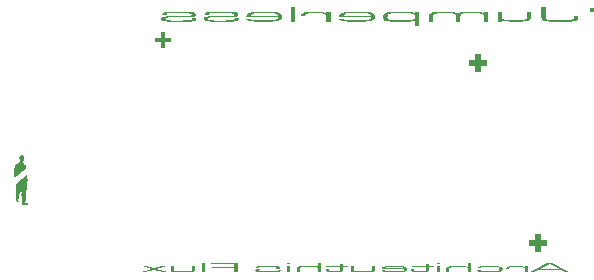
<source format=gbr>
%TF.GenerationSoftware,KiCad,Pcbnew,8.0.1*%
%TF.CreationDate,2024-03-29T07:39:29-07:00*%
%TF.ProjectId,V5LEDboard,56354c45-4462-46f6-9172-642e6b696361,rev?*%
%TF.SameCoordinates,Original*%
%TF.FileFunction,Legend,Bot*%
%TF.FilePolarity,Positive*%
%FSLAX46Y46*%
G04 Gerber Fmt 4.6, Leading zero omitted, Abs format (unit mm)*
G04 Created by KiCad (PCBNEW 8.0.1) date 2024-03-29 07:39:29*
%MOMM*%
%LPD*%
G01*
G04 APERTURE LIST*
G04 Aperture macros list*
%AMRoundRect*
0 Rectangle with rounded corners*
0 $1 Rounding radius*
0 $2 $3 $4 $5 $6 $7 $8 $9 X,Y pos of 4 corners*
0 Add a 4 corners polygon primitive as box body*
4,1,4,$2,$3,$4,$5,$6,$7,$8,$9,$2,$3,0*
0 Add four circle primitives for the rounded corners*
1,1,$1+$1,$2,$3*
1,1,$1+$1,$4,$5*
1,1,$1+$1,$6,$7*
1,1,$1+$1,$8,$9*
0 Add four rect primitives between the rounded corners*
20,1,$1+$1,$2,$3,$4,$5,0*
20,1,$1+$1,$4,$5,$6,$7,0*
20,1,$1+$1,$6,$7,$8,$9,0*
20,1,$1+$1,$8,$9,$2,$3,0*%
G04 Aperture macros list end*
%ADD10C,0.000000*%
%ADD11C,0.187500*%
%ADD12RoundRect,0.525000X-0.225000X-0.225000X0.225000X-0.225000X0.225000X0.225000X-0.225000X0.225000X0*%
%ADD13RoundRect,0.455000X-0.195000X-0.195000X0.195000X-0.195000X0.195000X0.195000X-0.195000X0.195000X0*%
G04 APERTURE END LIST*
D10*
G36*
X112900449Y-98366172D02*
G01*
X112901385Y-98366216D01*
X112902282Y-98366294D01*
X112903142Y-98366410D01*
X112903967Y-98366564D01*
X112904759Y-98366758D01*
X112905518Y-98366994D01*
X112906248Y-98367274D01*
X112906948Y-98367599D01*
X112907622Y-98367971D01*
X112908270Y-98368391D01*
X112908894Y-98368862D01*
X112909496Y-98369386D01*
X112910077Y-98369963D01*
X112910640Y-98370595D01*
X112911184Y-98371285D01*
X112911713Y-98372033D01*
X112912228Y-98372842D01*
X112912730Y-98373714D01*
X112913221Y-98374649D01*
X112913703Y-98375650D01*
X112914177Y-98376719D01*
X112915107Y-98379065D01*
X112916026Y-98381701D01*
X112916946Y-98384641D01*
X112917879Y-98387898D01*
X112919215Y-98392955D01*
X112919754Y-98395241D01*
X112920210Y-98397427D01*
X112920586Y-98399557D01*
X112920883Y-98401679D01*
X112921105Y-98403837D01*
X112921252Y-98406078D01*
X112921328Y-98408447D01*
X112921334Y-98410991D01*
X112921273Y-98413754D01*
X112921147Y-98416783D01*
X112920958Y-98420124D01*
X112920709Y-98423823D01*
X112920037Y-98432475D01*
X112919303Y-98444237D01*
X112918893Y-98457219D01*
X112918794Y-98470963D01*
X112918996Y-98485011D01*
X112919487Y-98498905D01*
X112920255Y-98512187D01*
X112921290Y-98524399D01*
X112922580Y-98535083D01*
X112923015Y-98538389D01*
X112923422Y-98542069D01*
X112923793Y-98546002D01*
X112924118Y-98550063D01*
X112924389Y-98554130D01*
X112924597Y-98558079D01*
X112924731Y-98561787D01*
X112924785Y-98565131D01*
X112924857Y-98569073D01*
X112925046Y-98573176D01*
X112925351Y-98577436D01*
X112925771Y-98581848D01*
X112926952Y-98591109D01*
X112928584Y-98600919D01*
X112930659Y-98611239D01*
X112933170Y-98622031D01*
X112936111Y-98633254D01*
X112939474Y-98644870D01*
X112943632Y-98658750D01*
X112946816Y-98670042D01*
X112948093Y-98675045D01*
X112949188Y-98679793D01*
X112950119Y-98684417D01*
X112950909Y-98689048D01*
X112951576Y-98693816D01*
X112952142Y-98698853D01*
X112952626Y-98704288D01*
X112953049Y-98710253D01*
X112953792Y-98724295D01*
X112954533Y-98742025D01*
X112955097Y-98757162D01*
X112955450Y-98769684D01*
X112955573Y-98780226D01*
X112955446Y-98789423D01*
X112955052Y-98797910D01*
X112954371Y-98806322D01*
X112953385Y-98815295D01*
X112952076Y-98825464D01*
X112950790Y-98835905D01*
X112949747Y-98846772D01*
X112948914Y-98859012D01*
X112948255Y-98873576D01*
X112947737Y-98891413D01*
X112947324Y-98913472D01*
X112946982Y-98940702D01*
X112946677Y-98974054D01*
X112945889Y-99041904D01*
X112945305Y-99065767D01*
X112944497Y-99084651D01*
X112943392Y-99099855D01*
X112941919Y-99112676D01*
X112940003Y-99124412D01*
X112937572Y-99136360D01*
X112935677Y-99145447D01*
X112933995Y-99154322D01*
X112932504Y-99163140D01*
X112931184Y-99172055D01*
X112930012Y-99181224D01*
X112928967Y-99190801D01*
X112928028Y-99200940D01*
X112927174Y-99211798D01*
X112926172Y-99223885D01*
X112924981Y-99235672D01*
X112923749Y-99245809D01*
X112923165Y-99249837D01*
X112922626Y-99252945D01*
X112920805Y-99262784D01*
X112918879Y-99274170D01*
X112915138Y-99298594D01*
X112912263Y-99320233D01*
X112911419Y-99328138D01*
X112911114Y-99333104D01*
X112911060Y-99334817D01*
X112910896Y-99336964D01*
X112910222Y-99342638D01*
X112909068Y-99350278D01*
X112907404Y-99360034D01*
X112905206Y-99372059D01*
X112902445Y-99386502D01*
X112899095Y-99403517D01*
X112895130Y-99423253D01*
X112889473Y-99452300D01*
X112884700Y-99479360D01*
X112880585Y-99505798D01*
X112876901Y-99532981D01*
X112874971Y-99547423D01*
X112872888Y-99561485D01*
X112870669Y-99575083D01*
X112868328Y-99588132D01*
X112865882Y-99600548D01*
X112863346Y-99612249D01*
X112860736Y-99623148D01*
X112858068Y-99633163D01*
X112856364Y-99639489D01*
X112854679Y-99646328D01*
X112852994Y-99653780D01*
X112851288Y-99661942D01*
X112849541Y-99670914D01*
X112847735Y-99680793D01*
X112845848Y-99691679D01*
X112843862Y-99703670D01*
X112842339Y-99712595D01*
X112840575Y-99722251D01*
X112838788Y-99731474D01*
X112837195Y-99739103D01*
X112833979Y-99753828D01*
X112831086Y-99767296D01*
X112827568Y-99783226D01*
X112822845Y-99803872D01*
X112817804Y-99826386D01*
X112813227Y-99848488D01*
X112809178Y-99869786D01*
X112805722Y-99889886D01*
X112802920Y-99908396D01*
X112800838Y-99924925D01*
X112799538Y-99939080D01*
X112799084Y-99950469D01*
X112798988Y-99954548D01*
X112798718Y-99959693D01*
X112798294Y-99965696D01*
X112797734Y-99972349D01*
X112797057Y-99979443D01*
X112796282Y-99986770D01*
X112795427Y-99994121D01*
X112794512Y-100001288D01*
X112793129Y-100012410D01*
X112792056Y-100023632D01*
X112791624Y-100029744D01*
X112791255Y-100036438D01*
X112790687Y-100052312D01*
X112790315Y-100072739D01*
X112790099Y-100099201D01*
X112789983Y-100176167D01*
X112790133Y-100252756D01*
X112790745Y-100300093D01*
X112791318Y-100316425D01*
X112792119Y-100329804D01*
X112793186Y-100341684D01*
X112794555Y-100353517D01*
X112797141Y-100380078D01*
X112798768Y-100409615D01*
X112799465Y-100440829D01*
X112799258Y-100472418D01*
X112798174Y-100503084D01*
X112796240Y-100531526D01*
X112793483Y-100556445D01*
X112791805Y-100567177D01*
X112789930Y-100576540D01*
X112785942Y-100593742D01*
X112782443Y-100608146D01*
X112779224Y-100620437D01*
X112776074Y-100631300D01*
X112772783Y-100641418D01*
X112769141Y-100651476D01*
X112764938Y-100662158D01*
X112759964Y-100674150D01*
X112757951Y-100679087D01*
X112756180Y-100683773D01*
X112754660Y-100688180D01*
X112753398Y-100692280D01*
X112752402Y-100696044D01*
X112751681Y-100699445D01*
X112751426Y-100701001D01*
X112751243Y-100702455D01*
X112751132Y-100703804D01*
X112751095Y-100705045D01*
X112751172Y-100707525D01*
X112751406Y-100709988D01*
X112751795Y-100712434D01*
X112752339Y-100714862D01*
X112753039Y-100717272D01*
X112753893Y-100719664D01*
X112754902Y-100722038D01*
X112756066Y-100724394D01*
X112757385Y-100726732D01*
X112758857Y-100729051D01*
X112760484Y-100731352D01*
X112762265Y-100733633D01*
X112764200Y-100735896D01*
X112766288Y-100738140D01*
X112768530Y-100740364D01*
X112770925Y-100742569D01*
X112773473Y-100744754D01*
X112776174Y-100746920D01*
X112779028Y-100749066D01*
X112782035Y-100751192D01*
X112788506Y-100755383D01*
X112795585Y-100759492D01*
X112803271Y-100763519D01*
X112811564Y-100767461D01*
X112820461Y-100771319D01*
X112829962Y-100775090D01*
X112840466Y-100778989D01*
X112845058Y-100780587D01*
X112849318Y-100781967D01*
X112853326Y-100783139D01*
X112857163Y-100784116D01*
X112860910Y-100784908D01*
X112864647Y-100785528D01*
X112868456Y-100785987D01*
X112872417Y-100786296D01*
X112876612Y-100786468D01*
X112881120Y-100786513D01*
X112886023Y-100786443D01*
X112891401Y-100786269D01*
X112903908Y-100785659D01*
X112926655Y-100784518D01*
X112936120Y-100784187D01*
X112944467Y-100784048D01*
X112951812Y-100784128D01*
X112958271Y-100784452D01*
X112963960Y-100785045D01*
X112968995Y-100785934D01*
X112973491Y-100787143D01*
X112977566Y-100788699D01*
X112981334Y-100790626D01*
X112984912Y-100792951D01*
X112988416Y-100795698D01*
X112991961Y-100798894D01*
X112995665Y-100802564D01*
X112999641Y-100806733D01*
X113003320Y-100810803D01*
X113006667Y-100814815D01*
X113009683Y-100818779D01*
X113012371Y-100822703D01*
X113014735Y-100826593D01*
X113016776Y-100830458D01*
X113018498Y-100834307D01*
X113019902Y-100838146D01*
X113020992Y-100841984D01*
X113021770Y-100845830D01*
X113022238Y-100849690D01*
X113022400Y-100853573D01*
X113022257Y-100857486D01*
X113021813Y-100861439D01*
X113021070Y-100865438D01*
X113020030Y-100869492D01*
X113018594Y-100873761D01*
X113016802Y-100877923D01*
X113014657Y-100881978D01*
X113012164Y-100885922D01*
X113009327Y-100889756D01*
X113006150Y-100893476D01*
X113002637Y-100897083D01*
X112998792Y-100900574D01*
X112994618Y-100903947D01*
X112990121Y-100907202D01*
X112985303Y-100910337D01*
X112980170Y-100913350D01*
X112974725Y-100916239D01*
X112968972Y-100919004D01*
X112962915Y-100921642D01*
X112956558Y-100924152D01*
X112949906Y-100926533D01*
X112942962Y-100928783D01*
X112935731Y-100930901D01*
X112928216Y-100932885D01*
X112920421Y-100934733D01*
X112912351Y-100936444D01*
X112904010Y-100938017D01*
X112895401Y-100939450D01*
X112877397Y-100941889D01*
X112858372Y-100943749D01*
X112838358Y-100945020D01*
X112817389Y-100945687D01*
X112799449Y-100945900D01*
X112783556Y-100945924D01*
X112771435Y-100945766D01*
X112767328Y-100945623D01*
X112764811Y-100945437D01*
X112764809Y-100945439D01*
X112764809Y-100945440D01*
X112764808Y-100945441D01*
X112764807Y-100945442D01*
X112764806Y-100945443D01*
X112764806Y-100945444D01*
X112764805Y-100945444D01*
X112764805Y-100945445D01*
X112762731Y-100945148D01*
X112759894Y-100944689D01*
X112752439Y-100943372D01*
X112743451Y-100941681D01*
X112733944Y-100939799D01*
X112728393Y-100938790D01*
X112721795Y-100937792D01*
X112714344Y-100936825D01*
X112706233Y-100935910D01*
X112697658Y-100935066D01*
X112688811Y-100934316D01*
X112679886Y-100933678D01*
X112671079Y-100933174D01*
X112653471Y-100932104D01*
X112635103Y-100930656D01*
X112618149Y-100929020D01*
X112610882Y-100928191D01*
X112604785Y-100927387D01*
X112596537Y-100926233D01*
X112589674Y-100925405D01*
X112586605Y-100925114D01*
X112583696Y-100924903D01*
X112580883Y-100924774D01*
X112578105Y-100924725D01*
X112575300Y-100924757D01*
X112572405Y-100924869D01*
X112569358Y-100925062D01*
X112566097Y-100925334D01*
X112558682Y-100926118D01*
X112549664Y-100927220D01*
X112537768Y-100928635D01*
X112526691Y-100929790D01*
X112517671Y-100930566D01*
X112514319Y-100930775D01*
X112511945Y-100930845D01*
X112510011Y-100930783D01*
X112508050Y-100930608D01*
X112506068Y-100930324D01*
X112504066Y-100929932D01*
X112502051Y-100929437D01*
X112500026Y-100928842D01*
X112495961Y-100927363D01*
X112491904Y-100925521D01*
X112487888Y-100923340D01*
X112483946Y-100920845D01*
X112480109Y-100918063D01*
X112476411Y-100915017D01*
X112472883Y-100911733D01*
X112469558Y-100908237D01*
X112466470Y-100904553D01*
X112463649Y-100900706D01*
X112461130Y-100896722D01*
X112458943Y-100892626D01*
X112457985Y-100890544D01*
X112457123Y-100888443D01*
X112456423Y-100886540D01*
X112455802Y-100884614D01*
X112455255Y-100882580D01*
X112454778Y-100880352D01*
X112454366Y-100877844D01*
X112454014Y-100874972D01*
X112453719Y-100871651D01*
X112453475Y-100867794D01*
X112453278Y-100863316D01*
X112453123Y-100858133D01*
X112453007Y-100852158D01*
X112452923Y-100845306D01*
X112452840Y-100828631D01*
X112452836Y-100807424D01*
X112452987Y-100767197D01*
X112453243Y-100753913D01*
X112453711Y-100743804D01*
X112454463Y-100735834D01*
X112455568Y-100728971D01*
X112457098Y-100722180D01*
X112459122Y-100714426D01*
X112460303Y-100709772D01*
X112461361Y-100705122D01*
X112462294Y-100700483D01*
X112463103Y-100695865D01*
X112463787Y-100691275D01*
X112464345Y-100686723D01*
X112464777Y-100682217D01*
X112465082Y-100677765D01*
X112465261Y-100673376D01*
X112465312Y-100669057D01*
X112465236Y-100664819D01*
X112465031Y-100660669D01*
X112464697Y-100656615D01*
X112464234Y-100652666D01*
X112463641Y-100648831D01*
X112462918Y-100645118D01*
X112460294Y-100632526D01*
X112458198Y-100621382D01*
X112456596Y-100611333D01*
X112455450Y-100602025D01*
X112454724Y-100593102D01*
X112454382Y-100584211D01*
X112454387Y-100574998D01*
X112454704Y-100565108D01*
X112455034Y-100559088D01*
X112455486Y-100552930D01*
X112456040Y-100546809D01*
X112456677Y-100540898D01*
X112457375Y-100535369D01*
X112458114Y-100530397D01*
X112458875Y-100526156D01*
X112459637Y-100522817D01*
X112462151Y-100512837D01*
X112464500Y-100502427D01*
X112466630Y-100491896D01*
X112468491Y-100481553D01*
X112470029Y-100471708D01*
X112471193Y-100462671D01*
X112471931Y-100454750D01*
X112472190Y-100448256D01*
X112472079Y-100444617D01*
X112471758Y-100440059D01*
X112471250Y-100434767D01*
X112470578Y-100428922D01*
X112469763Y-100422709D01*
X112468829Y-100416308D01*
X112467798Y-100409904D01*
X112466692Y-100403679D01*
X112464249Y-100389808D01*
X112461665Y-100373813D01*
X112459249Y-100357673D01*
X112457309Y-100343366D01*
X112455729Y-100331261D01*
X112454295Y-100321116D01*
X112453165Y-100313995D01*
X112452763Y-100311900D01*
X112452496Y-100310959D01*
X112452382Y-100310685D01*
X112452232Y-100310190D01*
X112451839Y-100308587D01*
X112451335Y-100306248D01*
X112450740Y-100303271D01*
X112450072Y-100299755D01*
X112449352Y-100295798D01*
X112448598Y-100291499D01*
X112447829Y-100286956D01*
X112446841Y-100279848D01*
X112445959Y-100270876D01*
X112445169Y-100259668D01*
X112444451Y-100245853D01*
X112443791Y-100229057D01*
X112443170Y-100208907D01*
X112442573Y-100185031D01*
X112441982Y-100157057D01*
X112440538Y-100078865D01*
X112439988Y-100026104D01*
X112440285Y-99980975D01*
X112441384Y-99925679D01*
X112441912Y-99895867D01*
X112441892Y-99871272D01*
X112441616Y-99860432D01*
X112441131Y-99850297D01*
X112440412Y-99840669D01*
X112439436Y-99831348D01*
X112438178Y-99822134D01*
X112436615Y-99812829D01*
X112434722Y-99803232D01*
X112432476Y-99793144D01*
X112426825Y-99770699D01*
X112419470Y-99743897D01*
X112416072Y-99731877D01*
X112413336Y-99722591D01*
X112411081Y-99715627D01*
X112410076Y-99712887D01*
X112409124Y-99710574D01*
X112408200Y-99708636D01*
X112407284Y-99707022D01*
X112406351Y-99705679D01*
X112405379Y-99704557D01*
X112404346Y-99703604D01*
X112403229Y-99702770D01*
X112402005Y-99702001D01*
X112400651Y-99701248D01*
X112399581Y-99700707D01*
X112398543Y-99700255D01*
X112397533Y-99699898D01*
X112396546Y-99699644D01*
X112395578Y-99699498D01*
X112394623Y-99699468D01*
X112393678Y-99699561D01*
X112392737Y-99699784D01*
X112391796Y-99700142D01*
X112390850Y-99700644D01*
X112389894Y-99701296D01*
X112388924Y-99702105D01*
X112387935Y-99703078D01*
X112386923Y-99704222D01*
X112385882Y-99705543D01*
X112384808Y-99707048D01*
X112383697Y-99708744D01*
X112382543Y-99710639D01*
X112381343Y-99712738D01*
X112380090Y-99715049D01*
X112378782Y-99717579D01*
X112377412Y-99720334D01*
X112375977Y-99723322D01*
X112374471Y-99726548D01*
X112371230Y-99733746D01*
X112367651Y-99741983D01*
X112363698Y-99751314D01*
X112359332Y-99761792D01*
X112349347Y-99786380D01*
X112339063Y-99812578D01*
X112318753Y-99866644D01*
X112300709Y-99917666D01*
X112293258Y-99940058D01*
X112287240Y-99959318D01*
X112284775Y-99967162D01*
X112281346Y-99977535D01*
X112277406Y-99989086D01*
X112273408Y-100000466D01*
X112268381Y-100014887D01*
X112263689Y-100029075D01*
X112259334Y-100043026D01*
X112255317Y-100056734D01*
X112251639Y-100070196D01*
X112248301Y-100083405D01*
X112245305Y-100096359D01*
X112242652Y-100109051D01*
X112237788Y-100133397D01*
X112234335Y-100150199D01*
X112233340Y-100155069D01*
X112232235Y-100160927D01*
X112229604Y-100176157D01*
X112226261Y-100196981D01*
X112222024Y-100224494D01*
X112218047Y-100248981D01*
X112213012Y-100277827D01*
X112208077Y-100304581D01*
X112204398Y-100322792D01*
X112203890Y-100325255D01*
X112203337Y-100328319D01*
X112202757Y-100331863D01*
X112202166Y-100335765D01*
X112201585Y-100339902D01*
X112201029Y-100344153D01*
X112200517Y-100348396D01*
X112200066Y-100352510D01*
X112199122Y-100360850D01*
X112197950Y-100369789D01*
X112196558Y-100379283D01*
X112194953Y-100389293D01*
X112193141Y-100399778D01*
X112191129Y-100410695D01*
X112188925Y-100422004D01*
X112186534Y-100433663D01*
X112176947Y-100479383D01*
X112175711Y-100485701D01*
X112174638Y-100492066D01*
X112173728Y-100498441D01*
X112172980Y-100504789D01*
X112172395Y-100511071D01*
X112171973Y-100517250D01*
X112171714Y-100523289D01*
X112171618Y-100529150D01*
X112171685Y-100534795D01*
X112171915Y-100540186D01*
X112172309Y-100545287D01*
X112172866Y-100550059D01*
X112173587Y-100554464D01*
X112174472Y-100558466D01*
X112175520Y-100562027D01*
X112176732Y-100565108D01*
X112177225Y-100566251D01*
X112177731Y-100567548D01*
X112178768Y-100570545D01*
X112179813Y-100573984D01*
X112180835Y-100577745D01*
X112181806Y-100581713D01*
X112182693Y-100585770D01*
X112183468Y-100589799D01*
X112184099Y-100593683D01*
X112184688Y-100597508D01*
X112185339Y-100601370D01*
X112186031Y-100605163D01*
X112186743Y-100608781D01*
X112187453Y-100612120D01*
X112188140Y-100615073D01*
X112188781Y-100617535D01*
X112189356Y-100619401D01*
X112189708Y-100620458D01*
X112190010Y-100621472D01*
X112190262Y-100622450D01*
X112190464Y-100623399D01*
X112190614Y-100624328D01*
X112190714Y-100625244D01*
X112190762Y-100626155D01*
X112190758Y-100627069D01*
X112190703Y-100627993D01*
X112190596Y-100628935D01*
X112190437Y-100629903D01*
X112190225Y-100630905D01*
X112189961Y-100631948D01*
X112189643Y-100633040D01*
X112189272Y-100634189D01*
X112188848Y-100635403D01*
X112188062Y-100637453D01*
X112187158Y-100639582D01*
X112186151Y-100641771D01*
X112185053Y-100643996D01*
X112183877Y-100646239D01*
X112182637Y-100648477D01*
X112181345Y-100650690D01*
X112180016Y-100652856D01*
X112178662Y-100654955D01*
X112177297Y-100656966D01*
X112175933Y-100658868D01*
X112174584Y-100660639D01*
X112173263Y-100662259D01*
X112171983Y-100663707D01*
X112170758Y-100664962D01*
X112169600Y-100666003D01*
X112168847Y-100666612D01*
X112168146Y-100667140D01*
X112167809Y-100667372D01*
X112167478Y-100667584D01*
X112167152Y-100667776D01*
X112166826Y-100667947D01*
X112166500Y-100668097D01*
X112166171Y-100668226D01*
X112165837Y-100668334D01*
X112165495Y-100668422D01*
X112165142Y-100668488D01*
X112164778Y-100668534D01*
X112164399Y-100668559D01*
X112164003Y-100668562D01*
X112163587Y-100668545D01*
X112163151Y-100668506D01*
X112162690Y-100668447D01*
X112162203Y-100668366D01*
X112161688Y-100668264D01*
X112161141Y-100668140D01*
X112160562Y-100667996D01*
X112159948Y-100667830D01*
X112158603Y-100667434D01*
X112157089Y-100666952D01*
X112155387Y-100666383D01*
X112153479Y-100665729D01*
X112150915Y-100664778D01*
X112148073Y-100663611D01*
X112145045Y-100662274D01*
X112141928Y-100660812D01*
X112138815Y-100659270D01*
X112135801Y-100657695D01*
X112132980Y-100656132D01*
X112130447Y-100654626D01*
X112127871Y-100653056D01*
X112124927Y-100651307D01*
X112118346Y-100647510D01*
X112111529Y-100643704D01*
X112105301Y-100640357D01*
X112102476Y-100638858D01*
X112099705Y-100637351D01*
X112097059Y-100635877D01*
X112094607Y-100634477D01*
X112092421Y-100633191D01*
X112090570Y-100632059D01*
X112089125Y-100631124D01*
X112088156Y-100630425D01*
X112087009Y-100629652D01*
X112085186Y-100628619D01*
X112079740Y-100625870D01*
X112072276Y-100622381D01*
X112063253Y-100618350D01*
X112053128Y-100613980D01*
X112042359Y-100609472D01*
X112031403Y-100605025D01*
X112020719Y-100600841D01*
X112012350Y-100597551D01*
X112004554Y-100594315D01*
X111997308Y-100591115D01*
X111990584Y-100587933D01*
X111984359Y-100584749D01*
X111978606Y-100581548D01*
X111973300Y-100578309D01*
X111968416Y-100575016D01*
X111963928Y-100571650D01*
X111959811Y-100568194D01*
X111956039Y-100564628D01*
X111952587Y-100560936D01*
X111949429Y-100557098D01*
X111946541Y-100553098D01*
X111943896Y-100548916D01*
X111941470Y-100544535D01*
X111936137Y-100534248D01*
X111935502Y-100382490D01*
X111935268Y-100298176D01*
X111935658Y-100248282D01*
X111936179Y-100231876D01*
X111936969Y-100218833D01*
X111938064Y-100207408D01*
X111939502Y-100195854D01*
X111940433Y-100188271D01*
X111941302Y-100180083D01*
X111942089Y-100171547D01*
X111942776Y-100162924D01*
X111943344Y-100154471D01*
X111943773Y-100146448D01*
X111944045Y-100139115D01*
X111944140Y-100132728D01*
X111944234Y-100126331D01*
X111944501Y-100118964D01*
X111944924Y-100110890D01*
X111945483Y-100102370D01*
X111946160Y-100093664D01*
X111946936Y-100085034D01*
X111947792Y-100076741D01*
X111948709Y-100069047D01*
X111949920Y-100058994D01*
X111950912Y-100049176D01*
X111951703Y-100039236D01*
X111952309Y-100028821D01*
X111952748Y-100017577D01*
X111953036Y-100005148D01*
X111953192Y-99991181D01*
X111953231Y-99975321D01*
X111953344Y-99953822D01*
X111953781Y-99934314D01*
X111954634Y-99915728D01*
X111955993Y-99896998D01*
X111957950Y-99877057D01*
X111960597Y-99854836D01*
X111964026Y-99829268D01*
X111968327Y-99799287D01*
X111969865Y-99788319D01*
X111971102Y-99778287D01*
X111972068Y-99768717D01*
X111972792Y-99759138D01*
X111973305Y-99749077D01*
X111973635Y-99738062D01*
X111973813Y-99725619D01*
X111973869Y-99711277D01*
X111973936Y-99698762D01*
X111974132Y-99686796D01*
X111974459Y-99675341D01*
X111974917Y-99664359D01*
X111975510Y-99653814D01*
X111976239Y-99643667D01*
X111977106Y-99633881D01*
X111978113Y-99624420D01*
X111979121Y-99615120D01*
X111979950Y-99606195D01*
X111980602Y-99597581D01*
X111981080Y-99589216D01*
X111981387Y-99581036D01*
X111981526Y-99572980D01*
X111981500Y-99564983D01*
X111981313Y-99556983D01*
X111981104Y-99548545D01*
X111981068Y-99540539D01*
X111981215Y-99532761D01*
X111981558Y-99525006D01*
X111982106Y-99517069D01*
X111982872Y-99508746D01*
X111983867Y-99499834D01*
X111985102Y-99490126D01*
X111986064Y-99482487D01*
X111986950Y-99474570D01*
X111987741Y-99466606D01*
X111988419Y-99458825D01*
X111988965Y-99451456D01*
X111989361Y-99444729D01*
X111989588Y-99438873D01*
X111989628Y-99434119D01*
X111989621Y-99429718D01*
X111989719Y-99424878D01*
X111989913Y-99419756D01*
X111990191Y-99414510D01*
X111990545Y-99409300D01*
X111990965Y-99404284D01*
X111991440Y-99399620D01*
X111991962Y-99395468D01*
X111992406Y-99391914D01*
X111992747Y-99388303D01*
X111992988Y-99384651D01*
X111993130Y-99380975D01*
X111993172Y-99377290D01*
X111993118Y-99373613D01*
X111992969Y-99369960D01*
X111992725Y-99366348D01*
X111992388Y-99362792D01*
X111991959Y-99359310D01*
X111991440Y-99355917D01*
X111990832Y-99352630D01*
X111990136Y-99349465D01*
X111989354Y-99346438D01*
X111988487Y-99343566D01*
X111987536Y-99340865D01*
X111987020Y-99339149D01*
X111986572Y-99336954D01*
X111986194Y-99334359D01*
X111985886Y-99331442D01*
X111985647Y-99328281D01*
X111985476Y-99324955D01*
X111985343Y-99318119D01*
X111985486Y-99311560D01*
X111985660Y-99308580D01*
X111985903Y-99305904D01*
X111986215Y-99303611D01*
X111986595Y-99301778D01*
X111987043Y-99300484D01*
X111987293Y-99300064D01*
X111987560Y-99299808D01*
X111987824Y-99299501D01*
X111988070Y-99298928D01*
X111988512Y-99297037D01*
X111988886Y-99294244D01*
X111989190Y-99290658D01*
X111989595Y-99281551D01*
X111989727Y-99270596D01*
X111989587Y-99258672D01*
X111989175Y-99246660D01*
X111988491Y-99235439D01*
X111988047Y-99230400D01*
X111987536Y-99225890D01*
X111986999Y-99220888D01*
X111986630Y-99215535D01*
X111986420Y-99209906D01*
X111986364Y-99204080D01*
X111986680Y-99192145D01*
X111987520Y-99180351D01*
X111988119Y-99174702D01*
X111988826Y-99169320D01*
X111989635Y-99164284D01*
X111990539Y-99159671D01*
X111991529Y-99155560D01*
X111992600Y-99152026D01*
X111993743Y-99149149D01*
X111994952Y-99147006D01*
X111997506Y-99143504D01*
X112000219Y-99139979D01*
X112003003Y-99136532D01*
X112005770Y-99133265D01*
X112008431Y-99130279D01*
X112010900Y-99127675D01*
X112013088Y-99125553D01*
X112014050Y-99124705D01*
X112014908Y-99124016D01*
X112015338Y-99123669D01*
X112015931Y-99123155D01*
X112017564Y-99121667D01*
X112019725Y-99119631D01*
X112022329Y-99117130D01*
X112025291Y-99114245D01*
X112028526Y-99111059D01*
X112031952Y-99107652D01*
X112035482Y-99104107D01*
X112039206Y-99100403D01*
X112043186Y-99096543D01*
X112047298Y-99092640D01*
X112051420Y-99088807D01*
X112055427Y-99085157D01*
X112059197Y-99081805D01*
X112062607Y-99078863D01*
X112065533Y-99076446D01*
X112073044Y-99070285D01*
X112082483Y-99062330D01*
X112104654Y-99043203D01*
X112127076Y-99023404D01*
X112136828Y-99014608D01*
X112144777Y-99007272D01*
X112148088Y-99004203D01*
X112151936Y-99000705D01*
X112160688Y-98992914D01*
X112169927Y-98984871D01*
X112178543Y-98977554D01*
X112241587Y-98924504D01*
X112298978Y-98875489D01*
X112346940Y-98833764D01*
X112381694Y-98802583D01*
X112388954Y-98795949D01*
X112396676Y-98789034D01*
X112405069Y-98781660D01*
X112414336Y-98773652D01*
X112436319Y-98755024D01*
X112464275Y-98731737D01*
X112476305Y-98721577D01*
X112491722Y-98708277D01*
X112508540Y-98693562D01*
X112524775Y-98679159D01*
X112540359Y-98665307D01*
X112555403Y-98652094D01*
X112568194Y-98641015D01*
X112577018Y-98633568D01*
X112620714Y-98597411D01*
X112662126Y-98562370D01*
X112701073Y-98528600D01*
X112737377Y-98496253D01*
X112747190Y-98487510D01*
X112757857Y-98478226D01*
X112768089Y-98469509D01*
X112776600Y-98462467D01*
X112780272Y-98459442D01*
X112784000Y-98456264D01*
X112787679Y-98453028D01*
X112791208Y-98449829D01*
X112794481Y-98446762D01*
X112797398Y-98443922D01*
X112799854Y-98441405D01*
X112801746Y-98439305D01*
X112802666Y-98438264D01*
X112803840Y-98437013D01*
X112806877Y-98433949D01*
X112810711Y-98430244D01*
X112815199Y-98426033D01*
X112820198Y-98421449D01*
X112825563Y-98416626D01*
X112831151Y-98411695D01*
X112836817Y-98406792D01*
X112847649Y-98397459D01*
X112856863Y-98389417D01*
X112863483Y-98383522D01*
X112865516Y-98381648D01*
X112866536Y-98380633D01*
X112867544Y-98379604D01*
X112868844Y-98378514D01*
X112870399Y-98377380D01*
X112872172Y-98376218D01*
X112874128Y-98375044D01*
X112876232Y-98373877D01*
X112878445Y-98372733D01*
X112880734Y-98371628D01*
X112883060Y-98370580D01*
X112885390Y-98369604D01*
X112887685Y-98368719D01*
X112889911Y-98367941D01*
X112892031Y-98367287D01*
X112894010Y-98366773D01*
X112895810Y-98366417D01*
X112897397Y-98366235D01*
X112899474Y-98366162D01*
X112900449Y-98366172D01*
G37*
G36*
X112461919Y-96716962D02*
G01*
X112464998Y-96717135D01*
X112468329Y-96717397D01*
X112471976Y-96717748D01*
X112480490Y-96718724D01*
X112491071Y-96720070D01*
X112503535Y-96721763D01*
X112514106Y-96723384D01*
X112523179Y-96725032D01*
X112531149Y-96726803D01*
X112534843Y-96727766D01*
X112538408Y-96728796D01*
X112541895Y-96729905D01*
X112545352Y-96731106D01*
X112552374Y-96733832D01*
X112559869Y-96737071D01*
X112564809Y-96739473D01*
X112569973Y-96742334D01*
X112575317Y-96745615D01*
X112580796Y-96749275D01*
X112586366Y-96753277D01*
X112591983Y-96757582D01*
X112597602Y-96762149D01*
X112603179Y-96766940D01*
X112608671Y-96771917D01*
X112614031Y-96777039D01*
X112619217Y-96782268D01*
X112624184Y-96787565D01*
X112628888Y-96792891D01*
X112633285Y-96798206D01*
X112637329Y-96803472D01*
X112640978Y-96808650D01*
X112642167Y-96810395D01*
X112643342Y-96812068D01*
X112644472Y-96813629D01*
X112645528Y-96815039D01*
X112646478Y-96816257D01*
X112647292Y-96817244D01*
X112647940Y-96817960D01*
X112648192Y-96818203D01*
X112648391Y-96818364D01*
X112648926Y-96818974D01*
X112649720Y-96820211D01*
X112651946Y-96824269D01*
X112654792Y-96829945D01*
X112657980Y-96836644D01*
X112661234Y-96843773D01*
X112664278Y-96850738D01*
X112666834Y-96856944D01*
X112667843Y-96859577D01*
X112668627Y-96861798D01*
X112668909Y-96862779D01*
X112669209Y-96864059D01*
X112669849Y-96867430D01*
X112670525Y-96871749D01*
X112671216Y-96876850D01*
X112671903Y-96882570D01*
X112672563Y-96888745D01*
X112673176Y-96895211D01*
X112673721Y-96901803D01*
X112674497Y-96915355D01*
X112674770Y-96928900D01*
X112674552Y-96942281D01*
X112673854Y-96955342D01*
X112672688Y-96967926D01*
X112671064Y-96979875D01*
X112670084Y-96985563D01*
X112668994Y-96991034D01*
X112667796Y-96996267D01*
X112666490Y-97001244D01*
X112664690Y-97007825D01*
X112662869Y-97014760D01*
X112661242Y-97021223D01*
X112660020Y-97026390D01*
X112659410Y-97028877D01*
X112658558Y-97032008D01*
X112657503Y-97035658D01*
X112656282Y-97039699D01*
X112654936Y-97044006D01*
X112653503Y-97048451D01*
X112652021Y-97052908D01*
X112650531Y-97057251D01*
X112647041Y-97067702D01*
X112643441Y-97079398D01*
X112639728Y-97092346D01*
X112635900Y-97106553D01*
X112631955Y-97122027D01*
X112627892Y-97138776D01*
X112623708Y-97156805D01*
X112619401Y-97176123D01*
X112618268Y-97180722D01*
X112616837Y-97185552D01*
X112615123Y-97190583D01*
X112613143Y-97195785D01*
X112610913Y-97201128D01*
X112608448Y-97206583D01*
X112605764Y-97212120D01*
X112602876Y-97217709D01*
X112599802Y-97223321D01*
X112596556Y-97228926D01*
X112593154Y-97234494D01*
X112589612Y-97239996D01*
X112585946Y-97245401D01*
X112582172Y-97250681D01*
X112578305Y-97255805D01*
X112574361Y-97260743D01*
X112573747Y-97261522D01*
X112573076Y-97262430D01*
X112571595Y-97264587D01*
X112569970Y-97267125D01*
X112568254Y-97269955D01*
X112566499Y-97272988D01*
X112564759Y-97276136D01*
X112563086Y-97279309D01*
X112561532Y-97282419D01*
X112559518Y-97286692D01*
X112558677Y-97288585D01*
X112557942Y-97290341D01*
X112557308Y-97291979D01*
X112556770Y-97293517D01*
X112556325Y-97294974D01*
X112555968Y-97296368D01*
X112555695Y-97297719D01*
X112555502Y-97299046D01*
X112555383Y-97300366D01*
X112555336Y-97301698D01*
X112555356Y-97303062D01*
X112555438Y-97304475D01*
X112555578Y-97305957D01*
X112555771Y-97307527D01*
X112556462Y-97311732D01*
X112557402Y-97315861D01*
X112558622Y-97319956D01*
X112560151Y-97324062D01*
X112562020Y-97328222D01*
X112564259Y-97332478D01*
X112566900Y-97336874D01*
X112569972Y-97341453D01*
X112573506Y-97346258D01*
X112577532Y-97351333D01*
X112582080Y-97356721D01*
X112587182Y-97362465D01*
X112592868Y-97368608D01*
X112599167Y-97375193D01*
X112606111Y-97382264D01*
X112613730Y-97389864D01*
X112621213Y-97397385D01*
X112627854Y-97404349D01*
X112630931Y-97407712D01*
X112633884Y-97411043D01*
X112636744Y-97414377D01*
X112639538Y-97417751D01*
X112642295Y-97421200D01*
X112645046Y-97424760D01*
X112647818Y-97428466D01*
X112650641Y-97432354D01*
X112656556Y-97440820D01*
X112663022Y-97450443D01*
X112667984Y-97457846D01*
X112672712Y-97464703D01*
X112677252Y-97471060D01*
X112681650Y-97476966D01*
X112685954Y-97482468D01*
X112690209Y-97487616D01*
X112694463Y-97492456D01*
X112698762Y-97497037D01*
X112703152Y-97501407D01*
X112707680Y-97505614D01*
X112712393Y-97509705D01*
X112717337Y-97513729D01*
X112722558Y-97517733D01*
X112728104Y-97521766D01*
X112734021Y-97525876D01*
X112740356Y-97530111D01*
X112747130Y-97534688D01*
X112753480Y-97539242D01*
X112759435Y-97543809D01*
X112765024Y-97548424D01*
X112770275Y-97553122D01*
X112775217Y-97557937D01*
X112779878Y-97562906D01*
X112784287Y-97568063D01*
X112788473Y-97573443D01*
X112792464Y-97579081D01*
X112796289Y-97585012D01*
X112799976Y-97591272D01*
X112803554Y-97597895D01*
X112807052Y-97604917D01*
X112810499Y-97612372D01*
X112813922Y-97620296D01*
X112817930Y-97630085D01*
X112821398Y-97639074D01*
X112824416Y-97647559D01*
X112827072Y-97655834D01*
X112829457Y-97664197D01*
X112831660Y-97672941D01*
X112833770Y-97682364D01*
X112835878Y-97692759D01*
X112836999Y-97698253D01*
X112838312Y-97704234D01*
X112839769Y-97710510D01*
X112841322Y-97716888D01*
X112842924Y-97723177D01*
X112844527Y-97729185D01*
X112846082Y-97734719D01*
X112847543Y-97739588D01*
X112848930Y-97744258D01*
X112850275Y-97749222D01*
X112851544Y-97754329D01*
X112852706Y-97759426D01*
X112853726Y-97764361D01*
X112854571Y-97768982D01*
X112855210Y-97773137D01*
X112855607Y-97776673D01*
X112856008Y-97781732D01*
X112856134Y-97783830D01*
X112856196Y-97785691D01*
X112856183Y-97787350D01*
X112856086Y-97788846D01*
X112855894Y-97790215D01*
X112855758Y-97790864D01*
X112855595Y-97791496D01*
X112855403Y-97792114D01*
X112855180Y-97792724D01*
X112854637Y-97793938D01*
X112853956Y-97795175D01*
X112853128Y-97796471D01*
X112852140Y-97797864D01*
X112850982Y-97799391D01*
X112848116Y-97802996D01*
X112845787Y-97805845D01*
X112843444Y-97808612D01*
X112841085Y-97811301D01*
X112838710Y-97813912D01*
X112836316Y-97816447D01*
X112833901Y-97818909D01*
X112831464Y-97821297D01*
X112829003Y-97823615D01*
X112826516Y-97825864D01*
X112824001Y-97828044D01*
X112821458Y-97830159D01*
X112818883Y-97832209D01*
X112816276Y-97834196D01*
X112813634Y-97836122D01*
X112810956Y-97837988D01*
X112808240Y-97839796D01*
X112805449Y-97841663D01*
X112802335Y-97843838D01*
X112799001Y-97846242D01*
X112795552Y-97848797D01*
X112792093Y-97851423D01*
X112788728Y-97854043D01*
X112785563Y-97856578D01*
X112782703Y-97858950D01*
X112780069Y-97861154D01*
X112777555Y-97863211D01*
X112775220Y-97865075D01*
X112773122Y-97866700D01*
X112771322Y-97868043D01*
X112769877Y-97869058D01*
X112768848Y-97869700D01*
X112768508Y-97869867D01*
X112768293Y-97869924D01*
X112767634Y-97870191D01*
X112766386Y-97870956D01*
X112762403Y-97873761D01*
X112756898Y-97877901D01*
X112750425Y-97882939D01*
X112743539Y-97888438D01*
X112736794Y-97893961D01*
X112730744Y-97899071D01*
X112725944Y-97903329D01*
X112723987Y-97905065D01*
X112721484Y-97907167D01*
X112718540Y-97909557D01*
X112715257Y-97912152D01*
X112711738Y-97914873D01*
X112708086Y-97917639D01*
X112704405Y-97920369D01*
X112700798Y-97922983D01*
X112693013Y-97928688D01*
X112684027Y-97935519D01*
X112673966Y-97943376D01*
X112662953Y-97952159D01*
X112651112Y-97961769D01*
X112638568Y-97972106D01*
X112625443Y-97983069D01*
X112611863Y-97994559D01*
X112600534Y-98004139D01*
X112587595Y-98014976D01*
X112574639Y-98025742D01*
X112563261Y-98035104D01*
X112553484Y-98043158D01*
X112544884Y-98050360D01*
X112538393Y-98055922D01*
X112536228Y-98057843D01*
X112534938Y-98059059D01*
X112533851Y-98060102D01*
X112532268Y-98061527D01*
X112530264Y-98063268D01*
X112527915Y-98065264D01*
X112525296Y-98067451D01*
X112522481Y-98069765D01*
X112519547Y-98072143D01*
X112516569Y-98074521D01*
X112508329Y-98081214D01*
X112496558Y-98090987D01*
X112482826Y-98102529D01*
X112468704Y-98114526D01*
X112454427Y-98126662D01*
X112440272Y-98138581D01*
X112427875Y-98148913D01*
X112418870Y-98156288D01*
X112411332Y-98162450D01*
X112402926Y-98169477D01*
X112394679Y-98176503D01*
X112387616Y-98182665D01*
X112380945Y-98188496D01*
X112373764Y-98194623D01*
X112366938Y-98200318D01*
X112361327Y-98204853D01*
X112358704Y-98206965D01*
X112355626Y-98209524D01*
X112352205Y-98212433D01*
X112348554Y-98215592D01*
X112344785Y-98218905D01*
X112341010Y-98222271D01*
X112337343Y-98225595D01*
X112333895Y-98228777D01*
X112330214Y-98232156D01*
X112325878Y-98236044D01*
X112315879Y-98244799D01*
X112305172Y-98253940D01*
X112295033Y-98262364D01*
X112273516Y-98280032D01*
X112253885Y-98296301D01*
X112212737Y-98330661D01*
X112184505Y-98353994D01*
X112148729Y-98383292D01*
X112108366Y-98416472D01*
X112069106Y-98449135D01*
X112037118Y-98475871D01*
X112014242Y-98494804D01*
X112006796Y-98500938D01*
X111998638Y-98507753D01*
X111990756Y-98514420D01*
X111984137Y-98520107D01*
X111981172Y-98522645D01*
X111978000Y-98525290D01*
X111974719Y-98527963D01*
X111971429Y-98530587D01*
X111968226Y-98533084D01*
X111965211Y-98535376D01*
X111962481Y-98537385D01*
X111960134Y-98539035D01*
X111957904Y-98540612D01*
X111955509Y-98542411D01*
X111953022Y-98544370D01*
X111950519Y-98546427D01*
X111948075Y-98548518D01*
X111945765Y-98550580D01*
X111943663Y-98552551D01*
X111941846Y-98554368D01*
X111939990Y-98556235D01*
X111937778Y-98558353D01*
X111935293Y-98560647D01*
X111932617Y-98563044D01*
X111929833Y-98565471D01*
X111927024Y-98567856D01*
X111924273Y-98570124D01*
X111921662Y-98572203D01*
X111918893Y-98574433D01*
X111915688Y-98577136D01*
X111912162Y-98580207D01*
X111908429Y-98583543D01*
X111904604Y-98587040D01*
X111900801Y-98590595D01*
X111897135Y-98594104D01*
X111893721Y-98597464D01*
X111890511Y-98600601D01*
X111887430Y-98603475D01*
X111884551Y-98606026D01*
X111881949Y-98608195D01*
X111880774Y-98609117D01*
X111879696Y-98609922D01*
X111878724Y-98610602D01*
X111877867Y-98611149D01*
X111877134Y-98611557D01*
X111876535Y-98611817D01*
X111876078Y-98611923D01*
X111875906Y-98611916D01*
X111875773Y-98611867D01*
X111875659Y-98611801D01*
X111875542Y-98611741D01*
X111875424Y-98611688D01*
X111875304Y-98611642D01*
X111875182Y-98611603D01*
X111875058Y-98611570D01*
X111874934Y-98611544D01*
X111874809Y-98611524D01*
X111874683Y-98611511D01*
X111874557Y-98611504D01*
X111874430Y-98611504D01*
X111874304Y-98611509D01*
X111874178Y-98611521D01*
X111874052Y-98611539D01*
X111873928Y-98611563D01*
X111873804Y-98611593D01*
X111873681Y-98611629D01*
X111873560Y-98611671D01*
X111873441Y-98611718D01*
X111873323Y-98611771D01*
X111873208Y-98611830D01*
X111873095Y-98611895D01*
X111872984Y-98611965D01*
X111872877Y-98612041D01*
X111872772Y-98612122D01*
X111872671Y-98612208D01*
X111872573Y-98612300D01*
X111872479Y-98612397D01*
X111872390Y-98612499D01*
X111872304Y-98612607D01*
X111872223Y-98612719D01*
X111872146Y-98612836D01*
X111871917Y-98613194D01*
X111871689Y-98613519D01*
X111871464Y-98613812D01*
X111871239Y-98614071D01*
X111871016Y-98614297D01*
X111870793Y-98614490D01*
X111870570Y-98614648D01*
X111870347Y-98614771D01*
X111870123Y-98614860D01*
X111869897Y-98614914D01*
X111869670Y-98614932D01*
X111869441Y-98614914D01*
X111869208Y-98614861D01*
X111868973Y-98614771D01*
X111868734Y-98614644D01*
X111868491Y-98614480D01*
X111868244Y-98614278D01*
X111867992Y-98614039D01*
X111867734Y-98613761D01*
X111867471Y-98613445D01*
X111867201Y-98613090D01*
X111866924Y-98612696D01*
X111866641Y-98612263D01*
X111866349Y-98611789D01*
X111866050Y-98611276D01*
X111865742Y-98610722D01*
X111865425Y-98610127D01*
X111865099Y-98609491D01*
X111864763Y-98608813D01*
X111864416Y-98608094D01*
X111863690Y-98606528D01*
X111863689Y-98606528D01*
X111862880Y-98604678D01*
X111862062Y-98602681D01*
X111861257Y-98600601D01*
X111860487Y-98598501D01*
X111859776Y-98596443D01*
X111859144Y-98594491D01*
X111858616Y-98592708D01*
X111858212Y-98591157D01*
X111857805Y-98589616D01*
X111857266Y-98587862D01*
X111856618Y-98585958D01*
X111855883Y-98583963D01*
X111855086Y-98581938D01*
X111854250Y-98579946D01*
X111853397Y-98578045D01*
X111852551Y-98576298D01*
X111851657Y-98574390D01*
X111850794Y-98572266D01*
X111849964Y-98569929D01*
X111849165Y-98567382D01*
X111848400Y-98564627D01*
X111847668Y-98561668D01*
X111846970Y-98558507D01*
X111846307Y-98555147D01*
X111845679Y-98551591D01*
X111845086Y-98547841D01*
X111844529Y-98543901D01*
X111844009Y-98539772D01*
X111843081Y-98530962D01*
X111842306Y-98521434D01*
X111841049Y-98507116D01*
X111839161Y-98489880D01*
X111834256Y-98452100D01*
X111831625Y-98434278D01*
X111829133Y-98418982D01*
X111826970Y-98407576D01*
X111826073Y-98403756D01*
X111825331Y-98401419D01*
X111824497Y-98399179D01*
X111823716Y-98396488D01*
X111822988Y-98393349D01*
X111822313Y-98389763D01*
X111821691Y-98385733D01*
X111821123Y-98381260D01*
X111820608Y-98376346D01*
X111820146Y-98370993D01*
X111819384Y-98358978D01*
X111818839Y-98345230D01*
X111818511Y-98329765D01*
X111818401Y-98312597D01*
X111818505Y-98294459D01*
X111818850Y-98278986D01*
X111819487Y-98265717D01*
X111820464Y-98254189D01*
X111821832Y-98243941D01*
X111823640Y-98234511D01*
X111825939Y-98225435D01*
X111828777Y-98216253D01*
X111829614Y-98212989D01*
X111830438Y-98208341D01*
X111832019Y-98195390D01*
X111833464Y-98178397D01*
X111834722Y-98158357D01*
X111835737Y-98136267D01*
X111836457Y-98113124D01*
X111836827Y-98089924D01*
X111836793Y-98067663D01*
X111836719Y-98057179D01*
X111836782Y-98048182D01*
X111837008Y-98040324D01*
X111837426Y-98033257D01*
X111838061Y-98026633D01*
X111838939Y-98020105D01*
X111840088Y-98013323D01*
X111841535Y-98005941D01*
X111842931Y-97998729D01*
X111844121Y-97991645D01*
X111845106Y-97984668D01*
X111845885Y-97977780D01*
X111846457Y-97970962D01*
X111846822Y-97964194D01*
X111846981Y-97957457D01*
X111846931Y-97950733D01*
X111846673Y-97944001D01*
X111846206Y-97937243D01*
X111845531Y-97930440D01*
X111844645Y-97923572D01*
X111843550Y-97916620D01*
X111842244Y-97909565D01*
X111840728Y-97902388D01*
X111839000Y-97895070D01*
X111837173Y-97887525D01*
X111835598Y-97880573D01*
X111834277Y-97874119D01*
X111833212Y-97868069D01*
X111832403Y-97862328D01*
X111831855Y-97856801D01*
X111831567Y-97851394D01*
X111831543Y-97846013D01*
X111831784Y-97840562D01*
X111832292Y-97834947D01*
X111833068Y-97829074D01*
X111834116Y-97822848D01*
X111835436Y-97816174D01*
X111837030Y-97808959D01*
X111841050Y-97792523D01*
X111843083Y-97784168D01*
X111845210Y-97774743D01*
X111847367Y-97764572D01*
X111849491Y-97753976D01*
X111851519Y-97743280D01*
X111853389Y-97732805D01*
X111855037Y-97722875D01*
X111856400Y-97713812D01*
X111857963Y-97703139D01*
X111859499Y-97693564D01*
X111861036Y-97684954D01*
X111862601Y-97677177D01*
X111864225Y-97670102D01*
X111865934Y-97663596D01*
X111867757Y-97657529D01*
X111869723Y-97651767D01*
X111873868Y-97641180D01*
X111879236Y-97628766D01*
X111885475Y-97615233D01*
X111892233Y-97601290D01*
X111899159Y-97587647D01*
X111905901Y-97575011D01*
X111912107Y-97564093D01*
X111917426Y-97555600D01*
X111920234Y-97551609D01*
X111923263Y-97547616D01*
X111926503Y-97543631D01*
X111929943Y-97539663D01*
X111933572Y-97535721D01*
X111937381Y-97531816D01*
X111941358Y-97527957D01*
X111945493Y-97524152D01*
X111949776Y-97520413D01*
X111954195Y-97516747D01*
X111958740Y-97513164D01*
X111963402Y-97509675D01*
X111968168Y-97506288D01*
X111973029Y-97503012D01*
X111977974Y-97499858D01*
X111982993Y-97496835D01*
X111993178Y-97490782D01*
X112002219Y-97485182D01*
X112010386Y-97479840D01*
X112017950Y-97474559D01*
X112025183Y-97469144D01*
X112032354Y-97463399D01*
X112039735Y-97457128D01*
X112047596Y-97450136D01*
X112054852Y-97443680D01*
X112061461Y-97438067D01*
X112064588Y-97435531D01*
X112067631Y-97433151D01*
X112070617Y-97430909D01*
X112073571Y-97428785D01*
X112076521Y-97426763D01*
X112079491Y-97424823D01*
X112082508Y-97422948D01*
X112085598Y-97421118D01*
X112088787Y-97419317D01*
X112092101Y-97417524D01*
X112099209Y-97413894D01*
X112104492Y-97411186D01*
X112109604Y-97408364D01*
X112114554Y-97405421D01*
X112119353Y-97402347D01*
X112124009Y-97399135D01*
X112128534Y-97395774D01*
X112132935Y-97392258D01*
X112137224Y-97388576D01*
X112141410Y-97384720D01*
X112145503Y-97380683D01*
X112149512Y-97376454D01*
X112153447Y-97372026D01*
X112157317Y-97367390D01*
X112161134Y-97362537D01*
X112164905Y-97357458D01*
X112168642Y-97352145D01*
X112174027Y-97344431D01*
X112179225Y-97337295D01*
X112184271Y-97330708D01*
X112189198Y-97324641D01*
X112194040Y-97319067D01*
X112198830Y-97313956D01*
X112203603Y-97309279D01*
X112208391Y-97305009D01*
X112213229Y-97301117D01*
X112218151Y-97297573D01*
X112223190Y-97294349D01*
X112228379Y-97291418D01*
X112233754Y-97288749D01*
X112239347Y-97286315D01*
X112245192Y-97284086D01*
X112251323Y-97282035D01*
X112256309Y-97280385D01*
X112261042Y-97278641D01*
X112265528Y-97276801D01*
X112269774Y-97274863D01*
X112271808Y-97273855D01*
X112273784Y-97272822D01*
X112275704Y-97271762D01*
X112277567Y-97270676D01*
X112279374Y-97269563D01*
X112281127Y-97268423D01*
X112282825Y-97267255D01*
X112284470Y-97266059D01*
X112289449Y-97262274D01*
X112291529Y-97260622D01*
X112293366Y-97259091D01*
X112294982Y-97257650D01*
X112296400Y-97256270D01*
X112297642Y-97254921D01*
X112298730Y-97253574D01*
X112299686Y-97252199D01*
X112300534Y-97250766D01*
X112301295Y-97249245D01*
X112301991Y-97247606D01*
X112302646Y-97245821D01*
X112303281Y-97243858D01*
X112303918Y-97241689D01*
X112304581Y-97239283D01*
X112305078Y-97236964D01*
X112305484Y-97234097D01*
X112305802Y-97230765D01*
X112306034Y-97227051D01*
X112306249Y-97218811D01*
X112306149Y-97210042D01*
X112305751Y-97201410D01*
X112305077Y-97193578D01*
X112304641Y-97190171D01*
X112304144Y-97187214D01*
X112303586Y-97184789D01*
X112302971Y-97182981D01*
X112302757Y-97182432D01*
X112302526Y-97181736D01*
X112302023Y-97179943D01*
X112301481Y-97177687D01*
X112300917Y-97175051D01*
X112300348Y-97172121D01*
X112299791Y-97168981D01*
X112299263Y-97165715D01*
X112298782Y-97162407D01*
X112297619Y-97154651D01*
X112296257Y-97146862D01*
X112294713Y-97139114D01*
X112293003Y-97131478D01*
X112291145Y-97124029D01*
X112289157Y-97116839D01*
X112287055Y-97109982D01*
X112284858Y-97103530D01*
X112284333Y-97101920D01*
X112283738Y-97099826D01*
X112282367Y-97094318D01*
X112280797Y-97087276D01*
X112279083Y-97078964D01*
X112277277Y-97069652D01*
X112275434Y-97059605D01*
X112273606Y-97049092D01*
X112271846Y-97038379D01*
X112269311Y-97022191D01*
X112267346Y-97008773D01*
X112265877Y-96997226D01*
X112264829Y-96986651D01*
X112264127Y-96976149D01*
X112263697Y-96964821D01*
X112263464Y-96951769D01*
X112263354Y-96936093D01*
X112263140Y-96885801D01*
X112270449Y-96864049D01*
X112272807Y-96857630D01*
X112275615Y-96851040D01*
X112278850Y-96844313D01*
X112282486Y-96837479D01*
X112286501Y-96830571D01*
X112290871Y-96823622D01*
X112295570Y-96816664D01*
X112300576Y-96809728D01*
X112305865Y-96802847D01*
X112311411Y-96796054D01*
X112317192Y-96789380D01*
X112323184Y-96782858D01*
X112329361Y-96776519D01*
X112335702Y-96770397D01*
X112342180Y-96764522D01*
X112348773Y-96758928D01*
X112353743Y-96754806D01*
X112357996Y-96751188D01*
X112359713Y-96749689D01*
X112361081Y-96748463D01*
X112362043Y-96747558D01*
X112362544Y-96747023D01*
X112362792Y-96746800D01*
X112363277Y-96746467D01*
X112363986Y-96746033D01*
X112364905Y-96745502D01*
X112367325Y-96744180D01*
X112370433Y-96742555D01*
X112374127Y-96740680D01*
X112378303Y-96738608D01*
X112382859Y-96736392D01*
X112387690Y-96734085D01*
X112394417Y-96730977D01*
X112400472Y-96728361D01*
X112403314Y-96727217D01*
X112406066Y-96726170D01*
X112408756Y-96725212D01*
X112411410Y-96724335D01*
X112414055Y-96723531D01*
X112416716Y-96722791D01*
X112419421Y-96722106D01*
X112422195Y-96721469D01*
X112428058Y-96720304D01*
X112434516Y-96719228D01*
X112441799Y-96718148D01*
X112444985Y-96717728D01*
X112447956Y-96717391D01*
X112450779Y-96717136D01*
X112453521Y-96716964D01*
X112456247Y-96716877D01*
X112459024Y-96716876D01*
X112461919Y-96716962D01*
G37*
D11*
G36*
X158801062Y-106605600D02*
G01*
X158454970Y-106602082D01*
X158145710Y-106430526D01*
X156183463Y-106430526D01*
X155867217Y-106604818D01*
X155528745Y-106605600D01*
X156010311Y-106355495D01*
X156321900Y-106355495D01*
X158007273Y-106355495D01*
X157170301Y-105926214D01*
X156321900Y-106355495D01*
X156010311Y-106355495D01*
X156973442Y-105855285D01*
X157366526Y-105855285D01*
X158801062Y-106605600D01*
G37*
G36*
X155055012Y-106172215D02*
G01*
X154986175Y-106136134D01*
X154883658Y-106109740D01*
X154856882Y-106104999D01*
X154733383Y-106090982D01*
X154599297Y-106083842D01*
X154455145Y-106080764D01*
X154374258Y-106080380D01*
X154229013Y-106081262D01*
X154098094Y-106083910D01*
X153959900Y-106089417D01*
X153824746Y-106099054D01*
X153704666Y-106114304D01*
X153692234Y-106116528D01*
X153597994Y-106144572D01*
X153540117Y-106182631D01*
X153509465Y-106226071D01*
X153498041Y-106270836D01*
X153497280Y-106287302D01*
X153501090Y-106310945D01*
X153751927Y-106310945D01*
X153758198Y-106269094D01*
X153783674Y-106227118D01*
X153840112Y-106191911D01*
X153852262Y-106187651D01*
X153970894Y-106166777D01*
X154097104Y-106158560D01*
X154239570Y-106155537D01*
X154279639Y-106155411D01*
X154367273Y-106155411D01*
X154498888Y-106156496D01*
X154633590Y-106160506D01*
X154762680Y-106168707D01*
X154886760Y-106184384D01*
X154896889Y-106186283D01*
X154986914Y-106216051D01*
X155032776Y-106253114D01*
X155052541Y-106295661D01*
X155055012Y-106320324D01*
X155055012Y-106605600D01*
X155309659Y-106605600D01*
X155309659Y-106079207D01*
X155055012Y-106079207D01*
X155055012Y-106172215D01*
G37*
G36*
X151826512Y-106605600D02*
G01*
X152110371Y-106605600D01*
X152245772Y-106604836D01*
X152401572Y-106601736D01*
X152542426Y-106596250D01*
X152668334Y-106588378D01*
X152799697Y-106575785D01*
X152925752Y-106556751D01*
X153024975Y-106530088D01*
X153099827Y-106492840D01*
X153144589Y-106452490D01*
X153168214Y-106412924D01*
X153179404Y-106367959D01*
X153180399Y-106348461D01*
X153178673Y-106306385D01*
X153172183Y-106265589D01*
X153165793Y-106245292D01*
X153131661Y-106206751D01*
X153069757Y-106170382D01*
X153058473Y-106164985D01*
X152972327Y-106135667D01*
X152864177Y-106114440D01*
X152754928Y-106101091D01*
X152630252Y-106091079D01*
X152494124Y-106084344D01*
X152363506Y-106081108D01*
X152259604Y-106080380D01*
X152106561Y-106080380D01*
X151970057Y-106080613D01*
X151828126Y-106081476D01*
X151688767Y-106083241D01*
X151561116Y-106086219D01*
X151536938Y-106087023D01*
X151412648Y-106095238D01*
X151287328Y-106112522D01*
X151200371Y-106131182D01*
X151115408Y-106162704D01*
X151068773Y-106201539D01*
X151051722Y-106244778D01*
X151051139Y-106255453D01*
X151316582Y-106255453D01*
X151330225Y-106215565D01*
X151351509Y-106196248D01*
X151434063Y-106164924D01*
X151460734Y-106159710D01*
X151582134Y-106146032D01*
X151682360Y-106140170D01*
X151816212Y-106135742D01*
X151951574Y-106133759D01*
X152062744Y-106133332D01*
X152106561Y-106133332D01*
X152246647Y-106133641D01*
X152381163Y-106134858D01*
X152481865Y-106137239D01*
X152609237Y-106145875D01*
X152704126Y-106156388D01*
X152812627Y-106179558D01*
X152860343Y-106206214D01*
X152887650Y-106242166D01*
X152900350Y-106267567D01*
X152907336Y-106324232D01*
X152907336Y-106339668D01*
X152903142Y-106380434D01*
X152888080Y-106419879D01*
X152853848Y-106458469D01*
X152819701Y-106478398D01*
X152722791Y-106505640D01*
X152604645Y-106520066D01*
X152575849Y-106521775D01*
X152295800Y-106530568D01*
X152022737Y-106530568D01*
X151833498Y-106530568D01*
X151697442Y-106526514D01*
X151572777Y-106519022D01*
X151507726Y-106514350D01*
X151393532Y-106496753D01*
X151321632Y-106464235D01*
X151293084Y-106422210D01*
X151291181Y-106405516D01*
X151025738Y-106405516D01*
X151032971Y-106445555D01*
X151059694Y-106486051D01*
X151114347Y-106524134D01*
X151206573Y-106556527D01*
X151231488Y-106562222D01*
X151345833Y-106581200D01*
X151483119Y-106594755D01*
X151622062Y-106602168D01*
X151755136Y-106605218D01*
X151826512Y-106605600D01*
G37*
G36*
X150261795Y-106180422D02*
G01*
X150194124Y-106145720D01*
X150089890Y-106117378D01*
X149968043Y-106100548D01*
X149954440Y-106099333D01*
X149823708Y-106090171D01*
X149696116Y-106084544D01*
X149557809Y-106081287D01*
X149427999Y-106080380D01*
X149273219Y-106081200D01*
X149131556Y-106083662D01*
X149003008Y-106087764D01*
X148866065Y-106094853D01*
X148730169Y-106106111D01*
X148664056Y-106113987D01*
X148555704Y-106137154D01*
X148478309Y-106173045D01*
X148435984Y-106214889D01*
X148418570Y-106258509D01*
X148416394Y-106283004D01*
X148416394Y-106605600D01*
X148671041Y-106605600D01*
X148671041Y-106284567D01*
X148681995Y-106244657D01*
X148714858Y-106212466D01*
X148797099Y-106182533D01*
X148867901Y-106171824D01*
X148984112Y-106160296D01*
X149107943Y-106155411D01*
X149384816Y-106155411D01*
X149529172Y-106156229D01*
X149662186Y-106158681D01*
X149803036Y-106163608D01*
X149928448Y-106170761D01*
X150023658Y-106178663D01*
X150138773Y-106197105D01*
X150222493Y-106230177D01*
X150258074Y-106271265D01*
X150261795Y-106292969D01*
X150261795Y-106605600D01*
X150516442Y-106605600D01*
X150516442Y-105855285D01*
X150261795Y-105855285D01*
X150261795Y-106180422D01*
G37*
G36*
X147579422Y-106605600D02*
G01*
X147834070Y-106605600D01*
X147834070Y-106079207D01*
X147579422Y-106079207D01*
X147579422Y-106605600D01*
G37*
G36*
X147579422Y-105955327D02*
G01*
X147834070Y-105955327D01*
X147834070Y-105855285D01*
X147579422Y-105855285D01*
X147579422Y-105955327D01*
G37*
G36*
X145484454Y-106155411D02*
G01*
X146667517Y-106155411D01*
X146667517Y-106394183D01*
X146659731Y-106435826D01*
X146629068Y-106475348D01*
X146569087Y-106504190D01*
X146445298Y-106522222D01*
X146314162Y-106528919D01*
X146183623Y-106530568D01*
X146045357Y-106529100D01*
X145918475Y-106524024D01*
X145795619Y-106512006D01*
X145704174Y-106481817D01*
X145674765Y-106440168D01*
X145673693Y-106428377D01*
X145677503Y-106373666D01*
X145440636Y-106373666D01*
X145443396Y-106415363D01*
X145453993Y-106459254D01*
X145476402Y-106501986D01*
X145515258Y-106539648D01*
X145553672Y-106560073D01*
X145660635Y-106584081D01*
X145799072Y-106596885D01*
X145933738Y-106602754D01*
X146066152Y-106605199D01*
X146154412Y-106605600D01*
X146295619Y-106604521D01*
X146441682Y-106600537D01*
X146567629Y-106593616D01*
X146700001Y-106580405D01*
X146736736Y-106574923D01*
X146834520Y-106547995D01*
X146891562Y-106510708D01*
X146917638Y-106467184D01*
X146922165Y-106435020D01*
X146922165Y-106399459D01*
X146922165Y-106155411D01*
X147337475Y-106155411D01*
X147337475Y-106080380D01*
X146922165Y-106080380D01*
X146922165Y-105955327D01*
X146667517Y-105955327D01*
X146667517Y-106080380D01*
X145484454Y-106080380D01*
X145484454Y-106155411D01*
G37*
G36*
X144214229Y-106080433D02*
G01*
X144368909Y-106082303D01*
X144507559Y-106086844D01*
X144652778Y-106095820D01*
X144793023Y-106111154D01*
X144914830Y-106135090D01*
X144927254Y-106138607D01*
X145012448Y-106173778D01*
X145066285Y-106214811D01*
X145097050Y-106257602D01*
X145111840Y-106298635D01*
X145116770Y-106344553D01*
X145116210Y-106360122D01*
X145107801Y-106403452D01*
X145085236Y-106447596D01*
X145042629Y-106489596D01*
X144973253Y-106526074D01*
X144954944Y-106532748D01*
X144854691Y-106561172D01*
X144739926Y-106581352D01*
X144610650Y-106593290D01*
X144596738Y-106594047D01*
X144466775Y-106599240D01*
X144325839Y-106602522D01*
X144184817Y-106604397D01*
X144053042Y-106605299D01*
X143908306Y-106605600D01*
X143881591Y-106605572D01*
X143752668Y-106604603D01*
X143608194Y-106601615D01*
X143474882Y-106596635D01*
X143333460Y-106588307D01*
X143207231Y-106577267D01*
X143115079Y-106564296D01*
X143012601Y-106536312D01*
X142953020Y-106498096D01*
X142936073Y-106455537D01*
X143205326Y-106455537D01*
X143206029Y-106456946D01*
X143256128Y-106493052D01*
X143266815Y-106496670D01*
X143379960Y-106516695D01*
X143440215Y-106521913D01*
X143569834Y-106528028D01*
X143696175Y-106530010D01*
X143831467Y-106530568D01*
X143875284Y-106530568D01*
X144013721Y-106530568D01*
X144315361Y-106530568D01*
X144501425Y-106524706D01*
X144580405Y-106519012D01*
X144705010Y-106502470D01*
X144794174Y-106474490D01*
X144829672Y-106447971D01*
X144854914Y-106408037D01*
X144861488Y-106368000D01*
X142936073Y-106368000D01*
X142932262Y-106337909D01*
X142932746Y-106323191D01*
X142938079Y-106292969D01*
X143198341Y-106292969D01*
X144854502Y-106292969D01*
X144847517Y-106261706D01*
X144829101Y-106234546D01*
X144804060Y-106217876D01*
X144717971Y-106187651D01*
X144604179Y-106170382D01*
X144479834Y-106162250D01*
X144362625Y-106158356D01*
X144231909Y-106156079D01*
X144101355Y-106155411D01*
X143900685Y-106155411D01*
X143808360Y-106155927D01*
X143680964Y-106158537D01*
X143643406Y-106159744D01*
X143515221Y-106165767D01*
X143419341Y-106174697D01*
X143307566Y-106194099D01*
X143281047Y-106202176D01*
X143220567Y-106237281D01*
X143208846Y-106253634D01*
X143198341Y-106292969D01*
X142938079Y-106292969D01*
X142940002Y-106282075D01*
X142959471Y-106239873D01*
X142996234Y-106199243D01*
X143056094Y-106163227D01*
X143063915Y-106159836D01*
X143151132Y-106130374D01*
X143265981Y-106107311D01*
X143387580Y-106094839D01*
X143518971Y-106087803D01*
X143653658Y-106083701D01*
X143743155Y-106082096D01*
X143874204Y-106080772D01*
X144006100Y-106080380D01*
X144181369Y-106080380D01*
X144214229Y-106080433D01*
G37*
G36*
X140596617Y-106505558D02*
G01*
X140667264Y-106540306D01*
X140763545Y-106566428D01*
X140833484Y-106579026D01*
X140960217Y-106593039D01*
X141090359Y-106600513D01*
X141225200Y-106604328D01*
X141356354Y-106605574D01*
X141379611Y-106605600D01*
X141528545Y-106604790D01*
X141664184Y-106602363D01*
X141815035Y-106597054D01*
X141945111Y-106589216D01*
X142073779Y-106576474D01*
X142186082Y-106557006D01*
X142198801Y-106553820D01*
X142284649Y-106524841D01*
X142345970Y-106489682D01*
X142382762Y-106448344D01*
X142394834Y-106407104D01*
X142395026Y-106400826D01*
X142395026Y-106384218D01*
X142395026Y-106080380D01*
X142139743Y-106080380D01*
X142139743Y-106359207D01*
X142132268Y-106403471D01*
X142105418Y-106445014D01*
X142044395Y-106483375D01*
X141983525Y-106501259D01*
X141859732Y-106516715D01*
X141727030Y-106524958D01*
X141586367Y-106529166D01*
X141447563Y-106530539D01*
X141422793Y-106530568D01*
X141274634Y-106529538D01*
X141141166Y-106526446D01*
X141004020Y-106520235D01*
X140871765Y-106509703D01*
X140802367Y-106501259D01*
X140693866Y-106474793D01*
X140630574Y-106437041D01*
X140603850Y-106398553D01*
X140596617Y-106359207D01*
X140596617Y-106080380D01*
X140341969Y-106080380D01*
X140341969Y-106605600D01*
X140596617Y-106605600D01*
X140596617Y-106505558D01*
G37*
G36*
X138250176Y-106155411D02*
G01*
X139433239Y-106155411D01*
X139433239Y-106394183D01*
X139425453Y-106435826D01*
X139394790Y-106475348D01*
X139334809Y-106504190D01*
X139211021Y-106522222D01*
X139079884Y-106528919D01*
X138949345Y-106530568D01*
X138811079Y-106529100D01*
X138684197Y-106524024D01*
X138561341Y-106512006D01*
X138469897Y-106481817D01*
X138440487Y-106440168D01*
X138439415Y-106428377D01*
X138443225Y-106373666D01*
X138206359Y-106373666D01*
X138209118Y-106415363D01*
X138219715Y-106459254D01*
X138242124Y-106501986D01*
X138280980Y-106539648D01*
X138319394Y-106560073D01*
X138426357Y-106584081D01*
X138564794Y-106596885D01*
X138699461Y-106602754D01*
X138831875Y-106605199D01*
X138920134Y-106605600D01*
X139061342Y-106604521D01*
X139207404Y-106600537D01*
X139333351Y-106593616D01*
X139465723Y-106580405D01*
X139502458Y-106574923D01*
X139600243Y-106547995D01*
X139657284Y-106510708D01*
X139683360Y-106467184D01*
X139687887Y-106435020D01*
X139687887Y-106399459D01*
X139687887Y-106155411D01*
X140103197Y-106155411D01*
X140103197Y-106080380D01*
X139687887Y-106080380D01*
X139687887Y-105955327D01*
X139433239Y-105955327D01*
X139433239Y-106080380D01*
X138250176Y-106080380D01*
X138250176Y-106155411D01*
G37*
G36*
X137576408Y-106180422D02*
G01*
X137508737Y-106145720D01*
X137404503Y-106117378D01*
X137282656Y-106100548D01*
X137269052Y-106099333D01*
X137138321Y-106090171D01*
X137010729Y-106084544D01*
X136872421Y-106081287D01*
X136742611Y-106080380D01*
X136587832Y-106081200D01*
X136446168Y-106083662D01*
X136317621Y-106087764D01*
X136180677Y-106094853D01*
X136044781Y-106106111D01*
X135978669Y-106113987D01*
X135870316Y-106137154D01*
X135792922Y-106173045D01*
X135750597Y-106214889D01*
X135733183Y-106258509D01*
X135731006Y-106283004D01*
X135731006Y-106605600D01*
X135985654Y-106605600D01*
X135985654Y-106284567D01*
X135996608Y-106244657D01*
X136029471Y-106212466D01*
X136111712Y-106182533D01*
X136182514Y-106171824D01*
X136298724Y-106160296D01*
X136422555Y-106155411D01*
X136699429Y-106155411D01*
X136843785Y-106156229D01*
X136976799Y-106158681D01*
X137117648Y-106163608D01*
X137243061Y-106170761D01*
X137338271Y-106178663D01*
X137453386Y-106197105D01*
X137537106Y-106230177D01*
X137572687Y-106271265D01*
X137576408Y-106292969D01*
X137576408Y-106605600D01*
X137831055Y-106605600D01*
X137831055Y-105855285D01*
X137576408Y-105855285D01*
X137576408Y-106180422D01*
G37*
G36*
X134894035Y-106605600D02*
G01*
X135148682Y-106605600D01*
X135148682Y-106079207D01*
X134894035Y-106079207D01*
X134894035Y-106605600D01*
G37*
G36*
X134894035Y-105955327D02*
G01*
X135148682Y-105955327D01*
X135148682Y-105855285D01*
X134894035Y-105855285D01*
X134894035Y-105955327D01*
G37*
G36*
X132824468Y-106155411D02*
G01*
X133326777Y-106155411D01*
X133589045Y-106155411D01*
X133719475Y-106157701D01*
X133809401Y-106161273D01*
X133934870Y-106170464D01*
X134011341Y-106181203D01*
X134082782Y-106214103D01*
X134087545Y-106230442D01*
X134066038Y-106270086D01*
X134011341Y-106291601D01*
X133883592Y-106303184D01*
X133763679Y-106305474D01*
X133322967Y-106317979D01*
X132846059Y-106317979D01*
X132714117Y-106319354D01*
X132583122Y-106324290D01*
X132449071Y-106335510D01*
X132374865Y-106346702D01*
X132282766Y-106375956D01*
X132235683Y-106416580D01*
X132223728Y-106459640D01*
X132235000Y-106503579D01*
X132274627Y-106542209D01*
X132361807Y-106573891D01*
X132404077Y-106581175D01*
X132535498Y-106594055D01*
X132668141Y-106600925D01*
X132804258Y-106604431D01*
X132935829Y-106605576D01*
X132959094Y-106605600D01*
X133436003Y-106605600D01*
X133585235Y-106605600D01*
X133686840Y-106605600D01*
X133770664Y-106605600D01*
X133899258Y-106603059D01*
X134032094Y-106596669D01*
X134052618Y-106595439D01*
X134173450Y-106583153D01*
X134278491Y-106558958D01*
X134300281Y-106550694D01*
X134356280Y-106514875D01*
X134379320Y-106475601D01*
X134382200Y-106452997D01*
X134379024Y-106430526D01*
X134120567Y-106427595D01*
X134116756Y-106439905D01*
X134103508Y-106480665D01*
X134047538Y-106513178D01*
X133931692Y-106530448D01*
X133800791Y-106538152D01*
X133789080Y-106538579D01*
X133341383Y-106543073D01*
X133265179Y-106543073D01*
X133199136Y-106544050D01*
X133144523Y-106544050D01*
X133097531Y-106544050D01*
X133057524Y-106544050D01*
X132929414Y-106543192D01*
X132920992Y-106543073D01*
X132795256Y-106538384D01*
X132666327Y-106531262D01*
X132560930Y-106518258D01*
X132499860Y-106482166D01*
X132496791Y-106466674D01*
X132511569Y-106427707D01*
X132575488Y-106393779D01*
X132586331Y-106391057D01*
X132711080Y-106374896D01*
X132847351Y-106370426D01*
X132871460Y-106370345D01*
X133333763Y-106369368D01*
X133774475Y-106369368D01*
X133909657Y-106367670D01*
X134041053Y-106361703D01*
X134171905Y-106348574D01*
X134211376Y-106342208D01*
X134302315Y-106313668D01*
X134348804Y-106273410D01*
X134360609Y-106230442D01*
X134349256Y-106190432D01*
X134304547Y-106150178D01*
X134225921Y-106119437D01*
X134217091Y-106117114D01*
X134104030Y-106096200D01*
X133977024Y-106084720D01*
X133842993Y-106080523D01*
X133810671Y-106080380D01*
X133326777Y-106080380D01*
X133064509Y-106080380D01*
X132933534Y-106080380D01*
X132896861Y-106080380D01*
X132776840Y-106080380D01*
X132641169Y-106083394D01*
X132518231Y-106093812D01*
X132409343Y-106116137D01*
X132402172Y-106118482D01*
X132333291Y-106152883D01*
X132298077Y-106194653D01*
X132289136Y-106236109D01*
X132544419Y-106236109D01*
X132566320Y-106197503D01*
X132613637Y-106176709D01*
X132733479Y-106160430D01*
X132824468Y-106155411D01*
G37*
G36*
X128546261Y-106180422D02*
G01*
X128546261Y-106255453D01*
X130468501Y-106255453D01*
X130468501Y-106605600D01*
X130763156Y-106605600D01*
X130763156Y-105855285D01*
X128444656Y-105855285D01*
X128444656Y-105930317D01*
X130468501Y-105930317D01*
X130468501Y-106180422D01*
X128546261Y-106180422D01*
G37*
G36*
X127728341Y-106605600D02*
G01*
X127982988Y-106605600D01*
X127982988Y-105855285D01*
X127728341Y-105855285D01*
X127728341Y-106605600D01*
G37*
G36*
X125345703Y-106505558D02*
G01*
X125416349Y-106540306D01*
X125512631Y-106566428D01*
X125582569Y-106579026D01*
X125709303Y-106593039D01*
X125839445Y-106600513D01*
X125974286Y-106604328D01*
X126105440Y-106605574D01*
X126128696Y-106605600D01*
X126277631Y-106604790D01*
X126413270Y-106602363D01*
X126564121Y-106597054D01*
X126694197Y-106589216D01*
X126822865Y-106576474D01*
X126935168Y-106557006D01*
X126947887Y-106553820D01*
X127033735Y-106524841D01*
X127095055Y-106489682D01*
X127131848Y-106448344D01*
X127143920Y-106407104D01*
X127144112Y-106400826D01*
X127144112Y-106384218D01*
X127144112Y-106080380D01*
X126888829Y-106080380D01*
X126888829Y-106359207D01*
X126881354Y-106403471D01*
X126854504Y-106445014D01*
X126793481Y-106483375D01*
X126732611Y-106501259D01*
X126608817Y-106516715D01*
X126476116Y-106524958D01*
X126335453Y-106529166D01*
X126196649Y-106530539D01*
X126171879Y-106530568D01*
X126023720Y-106529538D01*
X125890252Y-106526446D01*
X125753106Y-106520235D01*
X125620851Y-106509703D01*
X125551453Y-106501259D01*
X125442952Y-106474793D01*
X125379660Y-106437041D01*
X125352936Y-106398553D01*
X125345703Y-106359207D01*
X125345703Y-106080380D01*
X125091055Y-106080380D01*
X125091055Y-106605600D01*
X125345703Y-106605600D01*
X125345703Y-106505558D01*
G37*
G36*
X122620783Y-106080380D02*
G01*
X123479980Y-106326772D01*
X122526163Y-106605600D01*
X122900832Y-106609898D01*
X123669220Y-106389103D01*
X124447768Y-106608530D01*
X124826247Y-106605600D01*
X123861634Y-106326772D01*
X124724642Y-106080380D01*
X124342353Y-106074713D01*
X123669220Y-106283004D01*
X122999262Y-106074322D01*
X122620783Y-106080380D01*
G37*
G36*
X156449676Y-84983049D02*
G01*
X156455644Y-85052011D01*
X156478560Y-85125863D01*
X156518663Y-85190004D01*
X156587172Y-85252560D01*
X156694114Y-85307867D01*
X156842602Y-85348569D01*
X157015625Y-85374643D01*
X157195945Y-85389906D01*
X157405816Y-85398628D01*
X157603284Y-85400900D01*
X158021818Y-85400900D01*
X158112384Y-85400900D01*
X158298049Y-85400900D01*
X158486079Y-85400900D01*
X158676473Y-85400900D01*
X158783270Y-85400900D01*
X158961005Y-85396676D01*
X159135898Y-85381504D01*
X159296656Y-85351248D01*
X159407555Y-85312630D01*
X159500213Y-85256574D01*
X159557119Y-85195993D01*
X159590064Y-85125291D01*
X159599236Y-85055125D01*
X159593961Y-84958600D01*
X159200925Y-84958600D01*
X159206201Y-84993527D01*
X159201615Y-85059888D01*
X159182241Y-85129582D01*
X159132823Y-85195159D01*
X159110360Y-85210073D01*
X158962882Y-85249046D01*
X158779643Y-85268476D01*
X158586312Y-85278973D01*
X157931253Y-85278973D01*
X157850360Y-85278973D01*
X157780018Y-85278973D01*
X157724624Y-85278973D01*
X157546622Y-85277578D01*
X157535580Y-85277386D01*
X157366759Y-85269766D01*
X157187377Y-85255579D01*
X157026480Y-85223408D01*
X156921860Y-85172258D01*
X156888434Y-85135139D01*
X156863550Y-85070619D01*
X156857659Y-85013213D01*
X156857659Y-84987812D01*
X156857659Y-84181639D01*
X156449676Y-84181639D01*
X156449676Y-84983049D01*
G37*
G36*
X153099641Y-85238331D02*
G01*
X153197459Y-85294797D01*
X153330773Y-85337245D01*
X153427610Y-85357717D01*
X153603087Y-85380489D01*
X153783284Y-85392634D01*
X153969987Y-85398833D01*
X154151585Y-85400857D01*
X154183786Y-85400900D01*
X154390004Y-85399585D01*
X154577811Y-85395641D01*
X154786682Y-85387013D01*
X154966787Y-85374277D01*
X155144943Y-85353570D01*
X155300439Y-85321935D01*
X155318050Y-85316758D01*
X155436917Y-85269666D01*
X155521822Y-85212533D01*
X155572765Y-85145359D01*
X155589480Y-85078344D01*
X155589746Y-85068143D01*
X155589746Y-85041154D01*
X155589746Y-84547417D01*
X155236278Y-84547417D01*
X155236278Y-85000512D01*
X155225927Y-85072441D01*
X155188750Y-85139948D01*
X155104258Y-85202285D01*
X155019976Y-85231346D01*
X154848569Y-85256462D01*
X154664828Y-85269857D01*
X154470065Y-85276694D01*
X154277875Y-85278927D01*
X154243577Y-85278973D01*
X154038435Y-85277299D01*
X153853632Y-85272276D01*
X153663738Y-85262183D01*
X153480615Y-85245067D01*
X153384526Y-85231346D01*
X153234294Y-85188339D01*
X153146658Y-85126992D01*
X153109657Y-85064448D01*
X153099641Y-85000512D01*
X153099641Y-84547417D01*
X152747052Y-84547417D01*
X152747052Y-85400900D01*
X153099641Y-85400900D01*
X153099641Y-85238331D01*
G37*
G36*
X151594324Y-84682044D02*
G01*
X151491493Y-84624502D01*
X151338743Y-84585510D01*
X151251407Y-84573771D01*
X151066684Y-84558767D01*
X150872969Y-84550531D01*
X150677629Y-84547520D01*
X150631518Y-84547417D01*
X150555901Y-84547417D01*
X150367419Y-84548518D01*
X150182291Y-84552164D01*
X150120660Y-84554085D01*
X149939529Y-84562817D01*
X149784777Y-84575676D01*
X149620308Y-84599850D01*
X149485206Y-84641015D01*
X149379470Y-84699172D01*
X149361846Y-84712843D01*
X149262928Y-84653563D01*
X149122381Y-84605904D01*
X148948587Y-84576629D01*
X148758221Y-84561224D01*
X148581075Y-84553009D01*
X148381837Y-84548444D01*
X148217910Y-84547417D01*
X148019799Y-84549037D01*
X147838174Y-84553898D01*
X147641986Y-84564007D01*
X147469538Y-84578783D01*
X147298354Y-84601919D01*
X147234882Y-84613778D01*
X147093703Y-84656087D01*
X146992862Y-84716971D01*
X146937714Y-84785481D01*
X146915024Y-84855523D01*
X146912188Y-84894462D01*
X146912188Y-85400900D01*
X147264777Y-85400900D01*
X147264777Y-84902082D01*
X147278516Y-84836118D01*
X147334329Y-84771301D01*
X147457977Y-84719387D01*
X147484596Y-84713478D01*
X147664624Y-84688351D01*
X147855814Y-84675550D01*
X148031831Y-84670421D01*
X148172188Y-84669343D01*
X148293528Y-84669343D01*
X148497186Y-84671420D01*
X148673581Y-84677648D01*
X148866361Y-84692413D01*
X149039177Y-84721250D01*
X149064652Y-84728401D01*
X149181458Y-84780509D01*
X149241171Y-84842002D01*
X149256333Y-84902082D01*
X149256333Y-85400900D01*
X149608922Y-85400900D01*
X149608922Y-84902082D01*
X149625409Y-84834958D01*
X149681627Y-84774300D01*
X149777743Y-84727449D01*
X149947107Y-84694367D01*
X150137236Y-84678933D01*
X150316835Y-84672124D01*
X150528149Y-84669400D01*
X150566452Y-84669343D01*
X150756805Y-84670917D01*
X150956043Y-84676960D01*
X151148246Y-84689738D01*
X151314841Y-84711894D01*
X151402642Y-84733799D01*
X151511773Y-84785735D01*
X151571674Y-84846560D01*
X151593575Y-84912383D01*
X151594324Y-84928436D01*
X151594324Y-85400900D01*
X151946913Y-85400900D01*
X151946913Y-84545512D01*
X151594324Y-84545512D01*
X151594324Y-84682044D01*
G37*
G36*
X146108532Y-85766678D02*
G01*
X145755943Y-85766678D01*
X145755943Y-85278973D01*
X145744268Y-85288026D01*
X145634157Y-85343509D01*
X145484247Y-85377086D01*
X145373172Y-85388597D01*
X145198025Y-85398086D01*
X145010318Y-85400900D01*
X144501218Y-85400900D01*
X144067736Y-85400900D01*
X143956868Y-85400012D01*
X143756414Y-85392913D01*
X143558416Y-85375657D01*
X143379429Y-85344104D01*
X143250890Y-85299930D01*
X143160490Y-85241526D01*
X143102577Y-85177694D01*
X143068677Y-85113523D01*
X143049305Y-85040624D01*
X143044641Y-84978286D01*
X143422349Y-84978286D01*
X143429891Y-85048752D01*
X143457757Y-85117362D01*
X143514745Y-85177839D01*
X143636892Y-85229759D01*
X143732533Y-85246484D01*
X143908333Y-85263402D01*
X144107418Y-85273158D01*
X144311685Y-85277772D01*
X144505615Y-85278973D01*
X144722402Y-85277935D01*
X144916091Y-85274818D01*
X145118029Y-85268337D01*
X145311584Y-85256994D01*
X145493919Y-85236426D01*
X145539803Y-85226846D01*
X145660153Y-85172620D01*
X145720328Y-85104548D01*
X145744399Y-85039090D01*
X145750667Y-84975111D01*
X145750588Y-84967456D01*
X145742767Y-84902640D01*
X145719068Y-84839224D01*
X145669774Y-84775076D01*
X145657979Y-84766364D01*
X145539303Y-84714942D01*
X145367303Y-84688077D01*
X145345111Y-84685947D01*
X145171225Y-84672836D01*
X145014714Y-84669343D01*
X144836222Y-84669343D01*
X144812646Y-84669343D01*
X144632230Y-84669343D01*
X144510890Y-84669343D01*
X144348197Y-84670088D01*
X144165773Y-84673111D01*
X143977581Y-84679808D01*
X143800375Y-84691855D01*
X143626340Y-84716971D01*
X143510201Y-84769194D01*
X143456015Y-84831918D01*
X143429520Y-84903894D01*
X143422349Y-84978286D01*
X143044641Y-84978286D01*
X143044261Y-84973206D01*
X143044576Y-84956332D01*
X143055605Y-84877728D01*
X143082392Y-84808736D01*
X143135333Y-84738635D01*
X143225776Y-84674344D01*
X143366954Y-84623939D01*
X143387604Y-84619231D01*
X143559131Y-84590461D01*
X143743727Y-84571629D01*
X143924051Y-84560046D01*
X144128461Y-84552200D01*
X144309330Y-84548613D01*
X144505615Y-84547417D01*
X144879306Y-84547417D01*
X145052050Y-84549527D01*
X145240702Y-84557836D01*
X145418301Y-84574089D01*
X145508389Y-84588371D01*
X145651584Y-84628761D01*
X145755943Y-84682044D01*
X145755943Y-84545512D01*
X146108532Y-84545512D01*
X146108532Y-85766678D01*
G37*
G36*
X141124581Y-84547504D02*
G01*
X141338754Y-84550543D01*
X141530730Y-84557923D01*
X141731802Y-84572508D01*
X141925989Y-84597426D01*
X142094645Y-84636322D01*
X142111847Y-84642037D01*
X142229807Y-84699190D01*
X142304351Y-84765868D01*
X142346948Y-84835404D01*
X142367427Y-84902082D01*
X142374254Y-84976699D01*
X142373478Y-85001999D01*
X142361834Y-85072410D01*
X142330591Y-85144143D01*
X142271597Y-85212394D01*
X142175538Y-85271671D01*
X142150187Y-85282516D01*
X142011375Y-85328704D01*
X141852470Y-85361498D01*
X141673472Y-85380896D01*
X141654209Y-85382127D01*
X141474260Y-85390566D01*
X141279118Y-85395899D01*
X141083857Y-85398946D01*
X140901399Y-85400411D01*
X140700995Y-85400900D01*
X140664005Y-85400855D01*
X140485497Y-85399281D01*
X140285455Y-85394425D01*
X140100870Y-85386332D01*
X139905054Y-85372799D01*
X139730276Y-85354860D01*
X139602682Y-85333781D01*
X139460788Y-85288307D01*
X139378292Y-85226206D01*
X139354826Y-85157047D01*
X139727638Y-85157047D01*
X139728612Y-85159337D01*
X139797980Y-85218010D01*
X139812777Y-85223889D01*
X139969439Y-85256430D01*
X140052869Y-85264909D01*
X140232342Y-85274846D01*
X140407276Y-85278067D01*
X140594603Y-85278973D01*
X140655273Y-85278973D01*
X140846954Y-85278973D01*
X141264610Y-85278973D01*
X141522237Y-85269448D01*
X141631593Y-85260194D01*
X141804123Y-85233314D01*
X141927582Y-85187846D01*
X141976733Y-85144752D01*
X142011684Y-85079860D01*
X142020786Y-85014800D01*
X139354826Y-85014800D01*
X139349550Y-84965903D01*
X139350220Y-84941985D01*
X139357605Y-84892874D01*
X139717966Y-84892874D01*
X142011114Y-84892874D01*
X142001441Y-84842072D01*
X141975943Y-84797937D01*
X141941270Y-84770849D01*
X141822070Y-84721733D01*
X141664511Y-84693670D01*
X141492342Y-84680456D01*
X141330052Y-84674129D01*
X141149061Y-84670429D01*
X140968294Y-84669343D01*
X140690444Y-84669343D01*
X140562609Y-84670182D01*
X140386215Y-84674424D01*
X140334210Y-84676384D01*
X140156724Y-84686172D01*
X140023967Y-84700683D01*
X139869201Y-84732211D01*
X139832482Y-84745337D01*
X139748741Y-84802382D01*
X139732512Y-84828956D01*
X139717966Y-84892874D01*
X139357605Y-84892874D01*
X139360267Y-84875173D01*
X139387224Y-84806593D01*
X139438126Y-84740570D01*
X139521009Y-84682044D01*
X139531838Y-84676533D01*
X139652601Y-84628658D01*
X139811623Y-84591180D01*
X139979990Y-84570913D01*
X140161916Y-84559480D01*
X140348406Y-84552815D01*
X140472324Y-84550206D01*
X140653778Y-84548055D01*
X140836403Y-84547417D01*
X141079083Y-84547417D01*
X141124581Y-84547504D01*
G37*
G36*
X138257492Y-84696650D02*
G01*
X138162180Y-84638018D01*
X138020232Y-84595128D01*
X137983158Y-84587424D01*
X137812160Y-84564647D01*
X137626503Y-84553043D01*
X137426907Y-84548042D01*
X137314910Y-84547417D01*
X137113802Y-84548851D01*
X136932528Y-84553154D01*
X136741183Y-84562102D01*
X136554047Y-84577763D01*
X136387782Y-84602544D01*
X136370569Y-84606158D01*
X136240082Y-84651729D01*
X136159944Y-84713575D01*
X136117503Y-84784165D01*
X136101686Y-84856908D01*
X136100632Y-84883666D01*
X136105908Y-84922086D01*
X136453221Y-84922086D01*
X136461904Y-84854078D01*
X136497178Y-84785868D01*
X136575323Y-84728656D01*
X136592146Y-84721733D01*
X136756405Y-84687813D01*
X136931158Y-84674460D01*
X137128418Y-84669548D01*
X137183898Y-84669343D01*
X137305238Y-84669343D01*
X137487474Y-84671107D01*
X137673985Y-84677623D01*
X137852725Y-84690949D01*
X138024527Y-84716424D01*
X138038552Y-84719511D01*
X138163202Y-84767883D01*
X138226703Y-84828111D01*
X138254071Y-84897250D01*
X138257492Y-84937327D01*
X138257492Y-85400900D01*
X138610081Y-85400900D01*
X138610081Y-84545512D01*
X138257492Y-84545512D01*
X138257492Y-84696650D01*
G37*
G36*
X135243340Y-85400900D02*
G01*
X135595929Y-85400900D01*
X135595929Y-84181639D01*
X135243340Y-84181639D01*
X135243340Y-85400900D01*
G37*
G36*
X133260352Y-84547504D02*
G01*
X133474525Y-84550543D01*
X133666501Y-84557923D01*
X133867573Y-84572508D01*
X134061760Y-84597426D01*
X134230416Y-84636322D01*
X134247618Y-84642037D01*
X134365578Y-84699190D01*
X134440123Y-84765868D01*
X134482719Y-84835404D01*
X134503198Y-84902082D01*
X134510025Y-84976699D01*
X134509249Y-85001999D01*
X134497605Y-85072410D01*
X134466362Y-85144143D01*
X134407368Y-85212394D01*
X134311309Y-85271671D01*
X134285958Y-85282516D01*
X134147146Y-85328704D01*
X133988241Y-85361498D01*
X133809243Y-85380896D01*
X133789980Y-85382127D01*
X133610031Y-85390566D01*
X133414889Y-85395899D01*
X133219628Y-85398946D01*
X133037170Y-85400411D01*
X132836766Y-85400900D01*
X132799776Y-85400855D01*
X132621268Y-85399281D01*
X132421226Y-85394425D01*
X132236641Y-85386332D01*
X132040825Y-85372799D01*
X131866047Y-85354860D01*
X131738453Y-85333781D01*
X131596559Y-85288307D01*
X131514063Y-85226206D01*
X131490597Y-85157047D01*
X131863409Y-85157047D01*
X131864383Y-85159337D01*
X131933751Y-85218010D01*
X131948548Y-85223889D01*
X132105210Y-85256430D01*
X132188640Y-85264909D01*
X132368113Y-85274846D01*
X132543047Y-85278067D01*
X132730374Y-85278973D01*
X132791044Y-85278973D01*
X132982726Y-85278973D01*
X133400381Y-85278973D01*
X133658008Y-85269448D01*
X133767364Y-85260194D01*
X133939895Y-85233314D01*
X134063354Y-85187846D01*
X134112504Y-85144752D01*
X134147455Y-85079860D01*
X134156557Y-85014800D01*
X131490597Y-85014800D01*
X131485321Y-84965903D01*
X131485991Y-84941985D01*
X131493376Y-84892874D01*
X131853737Y-84892874D01*
X134146885Y-84892874D01*
X134137213Y-84842072D01*
X134111714Y-84797937D01*
X134077041Y-84770849D01*
X133957841Y-84721733D01*
X133800282Y-84693670D01*
X133628113Y-84680456D01*
X133465823Y-84674129D01*
X133284832Y-84670429D01*
X133104065Y-84669343D01*
X132826215Y-84669343D01*
X132698380Y-84670182D01*
X132521986Y-84674424D01*
X132469982Y-84676384D01*
X132292495Y-84686172D01*
X132159739Y-84700683D01*
X132004973Y-84732211D01*
X131968253Y-84745337D01*
X131884512Y-84802382D01*
X131868283Y-84828956D01*
X131853737Y-84892874D01*
X131493376Y-84892874D01*
X131496038Y-84875173D01*
X131522995Y-84806593D01*
X131573897Y-84740570D01*
X131656780Y-84682044D01*
X131667609Y-84676533D01*
X131788372Y-84628658D01*
X131947394Y-84591180D01*
X132115761Y-84570913D01*
X132297688Y-84559480D01*
X132484177Y-84552815D01*
X132608095Y-84550206D01*
X132789549Y-84548055D01*
X132972174Y-84547417D01*
X133214854Y-84547417D01*
X133260352Y-84547504D01*
G37*
G36*
X128684833Y-84669343D02*
G01*
X129380339Y-84669343D01*
X129743479Y-84669343D01*
X129924074Y-84673064D01*
X130048587Y-84678869D01*
X130222313Y-84693804D01*
X130328197Y-84711255D01*
X130427115Y-84764717D01*
X130433709Y-84791269D01*
X130403931Y-84855689D01*
X130328197Y-84890652D01*
X130151313Y-84909475D01*
X129985280Y-84913195D01*
X129375063Y-84933516D01*
X128714728Y-84933516D01*
X128532040Y-84935750D01*
X128350662Y-84943772D01*
X128165053Y-84962004D01*
X128062307Y-84980191D01*
X127934785Y-85027729D01*
X127869593Y-85093742D01*
X127853040Y-85163715D01*
X127868647Y-85235117D01*
X127923515Y-85297890D01*
X128044227Y-85349373D01*
X128102753Y-85361210D01*
X128284722Y-85382140D01*
X128468380Y-85393303D01*
X128656851Y-85399000D01*
X128839025Y-85400861D01*
X128871239Y-85400900D01*
X129531574Y-85400900D01*
X129738204Y-85400900D01*
X129878887Y-85400900D01*
X129994952Y-85400900D01*
X130173005Y-85396772D01*
X130356931Y-85386388D01*
X130385349Y-85384389D01*
X130552655Y-85364423D01*
X130698096Y-85325108D01*
X130728266Y-85311678D01*
X130805804Y-85253473D01*
X130837705Y-85189652D01*
X130841693Y-85152920D01*
X130837296Y-85116405D01*
X130479432Y-85111643D01*
X130474156Y-85131646D01*
X130455812Y-85197882D01*
X130378315Y-85250715D01*
X130217913Y-85278778D01*
X130036665Y-85291298D01*
X130020451Y-85291992D01*
X129400562Y-85299294D01*
X129295049Y-85299294D01*
X129203605Y-85300882D01*
X129127987Y-85300882D01*
X129062921Y-85300882D01*
X129007527Y-85300882D01*
X128830143Y-85299487D01*
X128818483Y-85299294D01*
X128644386Y-85291674D01*
X128465870Y-85280101D01*
X128319934Y-85258970D01*
X128235377Y-85200319D01*
X128231127Y-85175146D01*
X128251589Y-85111823D01*
X128340092Y-85056691D01*
X128355105Y-85052267D01*
X128527835Y-85026006D01*
X128716518Y-85018742D01*
X128749899Y-85018611D01*
X129390011Y-85017023D01*
X130000227Y-85017023D01*
X130187403Y-85014265D01*
X130369335Y-85004567D01*
X130550516Y-84983232D01*
X130605168Y-84972888D01*
X130731083Y-84926511D01*
X130795453Y-84861092D01*
X130811797Y-84791269D01*
X130796079Y-84726252D01*
X130734174Y-84660840D01*
X130625307Y-84610885D01*
X130613081Y-84607110D01*
X130456535Y-84573125D01*
X130280680Y-84554471D01*
X130095100Y-84547650D01*
X130050346Y-84547417D01*
X129380339Y-84547417D01*
X129017199Y-84547417D01*
X128835848Y-84547417D01*
X128785070Y-84547417D01*
X128618887Y-84547417D01*
X128431035Y-84552315D01*
X128260813Y-84569245D01*
X128110045Y-84605524D01*
X128100116Y-84609333D01*
X128004742Y-84665235D01*
X127955985Y-84733111D01*
X127943605Y-84800477D01*
X128297073Y-84800477D01*
X128327398Y-84737743D01*
X128392914Y-84703953D01*
X128558849Y-84677498D01*
X128684833Y-84669343D01*
G37*
G36*
X125093877Y-84669343D02*
G01*
X125789383Y-84669343D01*
X126152523Y-84669343D01*
X126333118Y-84673064D01*
X126457631Y-84678869D01*
X126631357Y-84693804D01*
X126737241Y-84711255D01*
X126836159Y-84764717D01*
X126842753Y-84791269D01*
X126812975Y-84855689D01*
X126737241Y-84890652D01*
X126560357Y-84909475D01*
X126394324Y-84913195D01*
X125784107Y-84933516D01*
X125123772Y-84933516D01*
X124941084Y-84935750D01*
X124759706Y-84943772D01*
X124574097Y-84962004D01*
X124471351Y-84980191D01*
X124343829Y-85027729D01*
X124278637Y-85093742D01*
X124262084Y-85163715D01*
X124277691Y-85235117D01*
X124332559Y-85297890D01*
X124453271Y-85349373D01*
X124511797Y-85361210D01*
X124693766Y-85382140D01*
X124877424Y-85393303D01*
X125065895Y-85399000D01*
X125248069Y-85400861D01*
X125280283Y-85400900D01*
X125940618Y-85400900D01*
X126147247Y-85400900D01*
X126287931Y-85400900D01*
X126403996Y-85400900D01*
X126582049Y-85396772D01*
X126765975Y-85386388D01*
X126794393Y-85384389D01*
X126961699Y-85364423D01*
X127107140Y-85325108D01*
X127137310Y-85311678D01*
X127214848Y-85253473D01*
X127246749Y-85189652D01*
X127250737Y-85152920D01*
X127246340Y-85116405D01*
X126888476Y-85111643D01*
X126883200Y-85131646D01*
X126864855Y-85197882D01*
X126787359Y-85250715D01*
X126626957Y-85278778D01*
X126445709Y-85291298D01*
X126429495Y-85291992D01*
X125809606Y-85299294D01*
X125704093Y-85299294D01*
X125612649Y-85300882D01*
X125537031Y-85300882D01*
X125471965Y-85300882D01*
X125416571Y-85300882D01*
X125239187Y-85299487D01*
X125227527Y-85299294D01*
X125053430Y-85291674D01*
X124874914Y-85280101D01*
X124728978Y-85258970D01*
X124644421Y-85200319D01*
X124640171Y-85175146D01*
X124660633Y-85111823D01*
X124749136Y-85056691D01*
X124764149Y-85052267D01*
X124936879Y-85026006D01*
X125125562Y-85018742D01*
X125158943Y-85018611D01*
X125799055Y-85017023D01*
X126409271Y-85017023D01*
X126596447Y-85014265D01*
X126778379Y-85004567D01*
X126959560Y-84983232D01*
X127014212Y-84972888D01*
X127140127Y-84926511D01*
X127204497Y-84861092D01*
X127220841Y-84791269D01*
X127205123Y-84726252D01*
X127143218Y-84660840D01*
X127034351Y-84610885D01*
X127022125Y-84607110D01*
X126865578Y-84573125D01*
X126689724Y-84554471D01*
X126504144Y-84547650D01*
X126459390Y-84547417D01*
X125789383Y-84547417D01*
X125426243Y-84547417D01*
X125244892Y-84547417D01*
X125194114Y-84547417D01*
X125027931Y-84547417D01*
X124840079Y-84552315D01*
X124669857Y-84569245D01*
X124519089Y-84605524D01*
X124509160Y-84609333D01*
X124413786Y-84665235D01*
X124365029Y-84733111D01*
X124352649Y-84800477D01*
X124706117Y-84800477D01*
X124736442Y-84737743D01*
X124801958Y-84703953D01*
X124967893Y-84677498D01*
X125093877Y-84669343D01*
G37*
%LPC*%
D12*
%TO.C,TP4*%
X156210000Y-104140000D03*
%TD*%
%TO.C,TP3*%
X151130000Y-88900000D03*
%TD*%
D13*
%TO.C,TP2*%
X124460000Y-86918800D03*
%TD*%
%TO.C,TP1*%
X161290000Y-84378800D03*
%TD*%
%LPD*%
M02*

</source>
